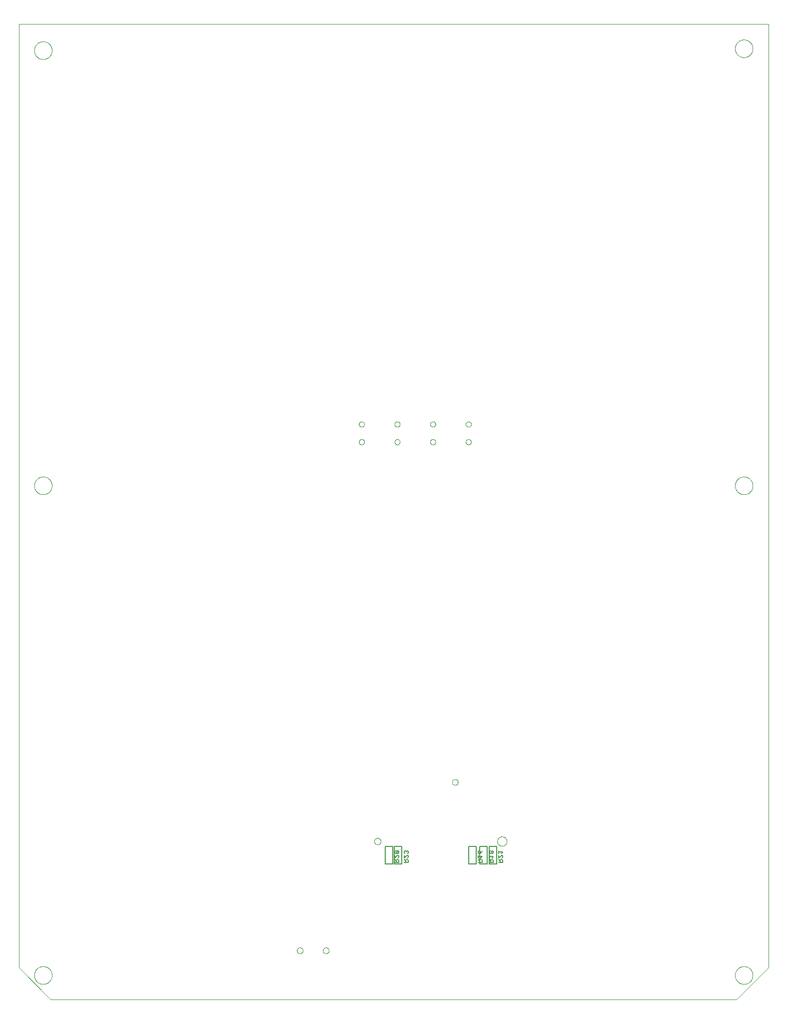
<source format=gbo>
G75*
%MOIN*%
%OFA0B0*%
%FSLAX25Y25*%
%IPPOS*%
%LPD*%
%AMOC8*
5,1,8,0,0,1.08239X$1,22.5*
%
%ADD10C,0.00000*%
%ADD11C,0.00010*%
%ADD12C,0.00800*%
%ADD13C,0.00600*%
D10*
X0022250Y0001750D02*
X0001000Y0023000D01*
X0001000Y0651750D01*
X0501000Y0651750D01*
X0501000Y0023000D01*
X0479750Y0001750D01*
X0022250Y0001750D01*
X0011344Y0018000D02*
X0011346Y0018153D01*
X0011352Y0018307D01*
X0011362Y0018460D01*
X0011376Y0018612D01*
X0011394Y0018765D01*
X0011416Y0018916D01*
X0011441Y0019067D01*
X0011471Y0019218D01*
X0011505Y0019368D01*
X0011542Y0019516D01*
X0011583Y0019664D01*
X0011628Y0019810D01*
X0011677Y0019956D01*
X0011730Y0020100D01*
X0011786Y0020242D01*
X0011846Y0020383D01*
X0011910Y0020523D01*
X0011977Y0020661D01*
X0012048Y0020797D01*
X0012123Y0020931D01*
X0012200Y0021063D01*
X0012282Y0021193D01*
X0012366Y0021321D01*
X0012454Y0021447D01*
X0012545Y0021570D01*
X0012639Y0021691D01*
X0012737Y0021809D01*
X0012837Y0021925D01*
X0012941Y0022038D01*
X0013047Y0022149D01*
X0013156Y0022257D01*
X0013268Y0022362D01*
X0013382Y0022463D01*
X0013500Y0022562D01*
X0013619Y0022658D01*
X0013741Y0022751D01*
X0013866Y0022840D01*
X0013993Y0022927D01*
X0014122Y0023009D01*
X0014253Y0023089D01*
X0014386Y0023165D01*
X0014521Y0023238D01*
X0014658Y0023307D01*
X0014797Y0023372D01*
X0014937Y0023434D01*
X0015079Y0023492D01*
X0015222Y0023547D01*
X0015367Y0023598D01*
X0015513Y0023645D01*
X0015660Y0023688D01*
X0015808Y0023727D01*
X0015957Y0023763D01*
X0016107Y0023794D01*
X0016258Y0023822D01*
X0016409Y0023846D01*
X0016562Y0023866D01*
X0016714Y0023882D01*
X0016867Y0023894D01*
X0017020Y0023902D01*
X0017173Y0023906D01*
X0017327Y0023906D01*
X0017480Y0023902D01*
X0017633Y0023894D01*
X0017786Y0023882D01*
X0017938Y0023866D01*
X0018091Y0023846D01*
X0018242Y0023822D01*
X0018393Y0023794D01*
X0018543Y0023763D01*
X0018692Y0023727D01*
X0018840Y0023688D01*
X0018987Y0023645D01*
X0019133Y0023598D01*
X0019278Y0023547D01*
X0019421Y0023492D01*
X0019563Y0023434D01*
X0019703Y0023372D01*
X0019842Y0023307D01*
X0019979Y0023238D01*
X0020114Y0023165D01*
X0020247Y0023089D01*
X0020378Y0023009D01*
X0020507Y0022927D01*
X0020634Y0022840D01*
X0020759Y0022751D01*
X0020881Y0022658D01*
X0021000Y0022562D01*
X0021118Y0022463D01*
X0021232Y0022362D01*
X0021344Y0022257D01*
X0021453Y0022149D01*
X0021559Y0022038D01*
X0021663Y0021925D01*
X0021763Y0021809D01*
X0021861Y0021691D01*
X0021955Y0021570D01*
X0022046Y0021447D01*
X0022134Y0021321D01*
X0022218Y0021193D01*
X0022300Y0021063D01*
X0022377Y0020931D01*
X0022452Y0020797D01*
X0022523Y0020661D01*
X0022590Y0020523D01*
X0022654Y0020383D01*
X0022714Y0020242D01*
X0022770Y0020100D01*
X0022823Y0019956D01*
X0022872Y0019810D01*
X0022917Y0019664D01*
X0022958Y0019516D01*
X0022995Y0019368D01*
X0023029Y0019218D01*
X0023059Y0019067D01*
X0023084Y0018916D01*
X0023106Y0018765D01*
X0023124Y0018612D01*
X0023138Y0018460D01*
X0023148Y0018307D01*
X0023154Y0018153D01*
X0023156Y0018000D01*
X0023154Y0017847D01*
X0023148Y0017693D01*
X0023138Y0017540D01*
X0023124Y0017388D01*
X0023106Y0017235D01*
X0023084Y0017084D01*
X0023059Y0016933D01*
X0023029Y0016782D01*
X0022995Y0016632D01*
X0022958Y0016484D01*
X0022917Y0016336D01*
X0022872Y0016190D01*
X0022823Y0016044D01*
X0022770Y0015900D01*
X0022714Y0015758D01*
X0022654Y0015617D01*
X0022590Y0015477D01*
X0022523Y0015339D01*
X0022452Y0015203D01*
X0022377Y0015069D01*
X0022300Y0014937D01*
X0022218Y0014807D01*
X0022134Y0014679D01*
X0022046Y0014553D01*
X0021955Y0014430D01*
X0021861Y0014309D01*
X0021763Y0014191D01*
X0021663Y0014075D01*
X0021559Y0013962D01*
X0021453Y0013851D01*
X0021344Y0013743D01*
X0021232Y0013638D01*
X0021118Y0013537D01*
X0021000Y0013438D01*
X0020881Y0013342D01*
X0020759Y0013249D01*
X0020634Y0013160D01*
X0020507Y0013073D01*
X0020378Y0012991D01*
X0020247Y0012911D01*
X0020114Y0012835D01*
X0019979Y0012762D01*
X0019842Y0012693D01*
X0019703Y0012628D01*
X0019563Y0012566D01*
X0019421Y0012508D01*
X0019278Y0012453D01*
X0019133Y0012402D01*
X0018987Y0012355D01*
X0018840Y0012312D01*
X0018692Y0012273D01*
X0018543Y0012237D01*
X0018393Y0012206D01*
X0018242Y0012178D01*
X0018091Y0012154D01*
X0017938Y0012134D01*
X0017786Y0012118D01*
X0017633Y0012106D01*
X0017480Y0012098D01*
X0017327Y0012094D01*
X0017173Y0012094D01*
X0017020Y0012098D01*
X0016867Y0012106D01*
X0016714Y0012118D01*
X0016562Y0012134D01*
X0016409Y0012154D01*
X0016258Y0012178D01*
X0016107Y0012206D01*
X0015957Y0012237D01*
X0015808Y0012273D01*
X0015660Y0012312D01*
X0015513Y0012355D01*
X0015367Y0012402D01*
X0015222Y0012453D01*
X0015079Y0012508D01*
X0014937Y0012566D01*
X0014797Y0012628D01*
X0014658Y0012693D01*
X0014521Y0012762D01*
X0014386Y0012835D01*
X0014253Y0012911D01*
X0014122Y0012991D01*
X0013993Y0013073D01*
X0013866Y0013160D01*
X0013741Y0013249D01*
X0013619Y0013342D01*
X0013500Y0013438D01*
X0013382Y0013537D01*
X0013268Y0013638D01*
X0013156Y0013743D01*
X0013047Y0013851D01*
X0012941Y0013962D01*
X0012837Y0014075D01*
X0012737Y0014191D01*
X0012639Y0014309D01*
X0012545Y0014430D01*
X0012454Y0014553D01*
X0012366Y0014679D01*
X0012282Y0014807D01*
X0012200Y0014937D01*
X0012123Y0015069D01*
X0012048Y0015203D01*
X0011977Y0015339D01*
X0011910Y0015477D01*
X0011846Y0015617D01*
X0011786Y0015758D01*
X0011730Y0015900D01*
X0011677Y0016044D01*
X0011628Y0016190D01*
X0011583Y0016336D01*
X0011542Y0016484D01*
X0011505Y0016632D01*
X0011471Y0016782D01*
X0011441Y0016933D01*
X0011416Y0017084D01*
X0011394Y0017235D01*
X0011376Y0017388D01*
X0011362Y0017540D01*
X0011352Y0017693D01*
X0011346Y0017847D01*
X0011344Y0018000D01*
X0186620Y0034437D02*
X0186622Y0034525D01*
X0186628Y0034613D01*
X0186638Y0034701D01*
X0186652Y0034789D01*
X0186669Y0034875D01*
X0186691Y0034961D01*
X0186716Y0035045D01*
X0186746Y0035129D01*
X0186778Y0035211D01*
X0186815Y0035291D01*
X0186855Y0035370D01*
X0186899Y0035447D01*
X0186946Y0035522D01*
X0186996Y0035594D01*
X0187050Y0035665D01*
X0187106Y0035732D01*
X0187166Y0035798D01*
X0187228Y0035860D01*
X0187294Y0035920D01*
X0187361Y0035976D01*
X0187432Y0036030D01*
X0187504Y0036080D01*
X0187579Y0036127D01*
X0187656Y0036171D01*
X0187735Y0036211D01*
X0187815Y0036248D01*
X0187897Y0036280D01*
X0187981Y0036310D01*
X0188065Y0036335D01*
X0188151Y0036357D01*
X0188237Y0036374D01*
X0188325Y0036388D01*
X0188413Y0036398D01*
X0188501Y0036404D01*
X0188589Y0036406D01*
X0188677Y0036404D01*
X0188765Y0036398D01*
X0188853Y0036388D01*
X0188941Y0036374D01*
X0189027Y0036357D01*
X0189113Y0036335D01*
X0189197Y0036310D01*
X0189281Y0036280D01*
X0189363Y0036248D01*
X0189443Y0036211D01*
X0189522Y0036171D01*
X0189599Y0036127D01*
X0189674Y0036080D01*
X0189746Y0036030D01*
X0189817Y0035976D01*
X0189884Y0035920D01*
X0189950Y0035860D01*
X0190012Y0035798D01*
X0190072Y0035732D01*
X0190128Y0035665D01*
X0190182Y0035594D01*
X0190232Y0035522D01*
X0190279Y0035447D01*
X0190323Y0035370D01*
X0190363Y0035291D01*
X0190400Y0035211D01*
X0190432Y0035129D01*
X0190462Y0035045D01*
X0190487Y0034961D01*
X0190509Y0034875D01*
X0190526Y0034789D01*
X0190540Y0034701D01*
X0190550Y0034613D01*
X0190556Y0034525D01*
X0190558Y0034437D01*
X0190556Y0034349D01*
X0190550Y0034261D01*
X0190540Y0034173D01*
X0190526Y0034085D01*
X0190509Y0033999D01*
X0190487Y0033913D01*
X0190462Y0033829D01*
X0190432Y0033745D01*
X0190400Y0033663D01*
X0190363Y0033583D01*
X0190323Y0033504D01*
X0190279Y0033427D01*
X0190232Y0033352D01*
X0190182Y0033280D01*
X0190128Y0033209D01*
X0190072Y0033142D01*
X0190012Y0033076D01*
X0189950Y0033014D01*
X0189884Y0032954D01*
X0189817Y0032898D01*
X0189746Y0032844D01*
X0189674Y0032794D01*
X0189599Y0032747D01*
X0189522Y0032703D01*
X0189443Y0032663D01*
X0189363Y0032626D01*
X0189281Y0032594D01*
X0189197Y0032564D01*
X0189113Y0032539D01*
X0189027Y0032517D01*
X0188941Y0032500D01*
X0188853Y0032486D01*
X0188765Y0032476D01*
X0188677Y0032470D01*
X0188589Y0032468D01*
X0188501Y0032470D01*
X0188413Y0032476D01*
X0188325Y0032486D01*
X0188237Y0032500D01*
X0188151Y0032517D01*
X0188065Y0032539D01*
X0187981Y0032564D01*
X0187897Y0032594D01*
X0187815Y0032626D01*
X0187735Y0032663D01*
X0187656Y0032703D01*
X0187579Y0032747D01*
X0187504Y0032794D01*
X0187432Y0032844D01*
X0187361Y0032898D01*
X0187294Y0032954D01*
X0187228Y0033014D01*
X0187166Y0033076D01*
X0187106Y0033142D01*
X0187050Y0033209D01*
X0186996Y0033280D01*
X0186946Y0033352D01*
X0186899Y0033427D01*
X0186855Y0033504D01*
X0186815Y0033583D01*
X0186778Y0033663D01*
X0186746Y0033745D01*
X0186716Y0033829D01*
X0186691Y0033913D01*
X0186669Y0033999D01*
X0186652Y0034085D01*
X0186638Y0034173D01*
X0186628Y0034261D01*
X0186622Y0034349D01*
X0186620Y0034437D01*
X0203942Y0034437D02*
X0203944Y0034525D01*
X0203950Y0034613D01*
X0203960Y0034701D01*
X0203974Y0034789D01*
X0203991Y0034875D01*
X0204013Y0034961D01*
X0204038Y0035045D01*
X0204068Y0035129D01*
X0204100Y0035211D01*
X0204137Y0035291D01*
X0204177Y0035370D01*
X0204221Y0035447D01*
X0204268Y0035522D01*
X0204318Y0035594D01*
X0204372Y0035665D01*
X0204428Y0035732D01*
X0204488Y0035798D01*
X0204550Y0035860D01*
X0204616Y0035920D01*
X0204683Y0035976D01*
X0204754Y0036030D01*
X0204826Y0036080D01*
X0204901Y0036127D01*
X0204978Y0036171D01*
X0205057Y0036211D01*
X0205137Y0036248D01*
X0205219Y0036280D01*
X0205303Y0036310D01*
X0205387Y0036335D01*
X0205473Y0036357D01*
X0205559Y0036374D01*
X0205647Y0036388D01*
X0205735Y0036398D01*
X0205823Y0036404D01*
X0205911Y0036406D01*
X0205999Y0036404D01*
X0206087Y0036398D01*
X0206175Y0036388D01*
X0206263Y0036374D01*
X0206349Y0036357D01*
X0206435Y0036335D01*
X0206519Y0036310D01*
X0206603Y0036280D01*
X0206685Y0036248D01*
X0206765Y0036211D01*
X0206844Y0036171D01*
X0206921Y0036127D01*
X0206996Y0036080D01*
X0207068Y0036030D01*
X0207139Y0035976D01*
X0207206Y0035920D01*
X0207272Y0035860D01*
X0207334Y0035798D01*
X0207394Y0035732D01*
X0207450Y0035665D01*
X0207504Y0035594D01*
X0207554Y0035522D01*
X0207601Y0035447D01*
X0207645Y0035370D01*
X0207685Y0035291D01*
X0207722Y0035211D01*
X0207754Y0035129D01*
X0207784Y0035045D01*
X0207809Y0034961D01*
X0207831Y0034875D01*
X0207848Y0034789D01*
X0207862Y0034701D01*
X0207872Y0034613D01*
X0207878Y0034525D01*
X0207880Y0034437D01*
X0207878Y0034349D01*
X0207872Y0034261D01*
X0207862Y0034173D01*
X0207848Y0034085D01*
X0207831Y0033999D01*
X0207809Y0033913D01*
X0207784Y0033829D01*
X0207754Y0033745D01*
X0207722Y0033663D01*
X0207685Y0033583D01*
X0207645Y0033504D01*
X0207601Y0033427D01*
X0207554Y0033352D01*
X0207504Y0033280D01*
X0207450Y0033209D01*
X0207394Y0033142D01*
X0207334Y0033076D01*
X0207272Y0033014D01*
X0207206Y0032954D01*
X0207139Y0032898D01*
X0207068Y0032844D01*
X0206996Y0032794D01*
X0206921Y0032747D01*
X0206844Y0032703D01*
X0206765Y0032663D01*
X0206685Y0032626D01*
X0206603Y0032594D01*
X0206519Y0032564D01*
X0206435Y0032539D01*
X0206349Y0032517D01*
X0206263Y0032500D01*
X0206175Y0032486D01*
X0206087Y0032476D01*
X0205999Y0032470D01*
X0205911Y0032468D01*
X0205823Y0032470D01*
X0205735Y0032476D01*
X0205647Y0032486D01*
X0205559Y0032500D01*
X0205473Y0032517D01*
X0205387Y0032539D01*
X0205303Y0032564D01*
X0205219Y0032594D01*
X0205137Y0032626D01*
X0205057Y0032663D01*
X0204978Y0032703D01*
X0204901Y0032747D01*
X0204826Y0032794D01*
X0204754Y0032844D01*
X0204683Y0032898D01*
X0204616Y0032954D01*
X0204550Y0033014D01*
X0204488Y0033076D01*
X0204428Y0033142D01*
X0204372Y0033209D01*
X0204318Y0033280D01*
X0204268Y0033352D01*
X0204221Y0033427D01*
X0204177Y0033504D01*
X0204137Y0033583D01*
X0204100Y0033663D01*
X0204068Y0033745D01*
X0204038Y0033829D01*
X0204013Y0033913D01*
X0203991Y0033999D01*
X0203974Y0034085D01*
X0203960Y0034173D01*
X0203950Y0034261D01*
X0203944Y0034349D01*
X0203942Y0034437D01*
X0238166Y0107232D02*
X0238168Y0107325D01*
X0238174Y0107417D01*
X0238184Y0107509D01*
X0238198Y0107600D01*
X0238215Y0107691D01*
X0238237Y0107781D01*
X0238262Y0107870D01*
X0238291Y0107958D01*
X0238324Y0108044D01*
X0238361Y0108129D01*
X0238401Y0108213D01*
X0238445Y0108294D01*
X0238492Y0108374D01*
X0238542Y0108452D01*
X0238596Y0108527D01*
X0238653Y0108600D01*
X0238713Y0108670D01*
X0238776Y0108738D01*
X0238842Y0108803D01*
X0238910Y0108865D01*
X0238981Y0108925D01*
X0239055Y0108981D01*
X0239131Y0109034D01*
X0239209Y0109083D01*
X0239289Y0109130D01*
X0239371Y0109172D01*
X0239455Y0109212D01*
X0239540Y0109247D01*
X0239627Y0109279D01*
X0239715Y0109308D01*
X0239804Y0109332D01*
X0239894Y0109353D01*
X0239985Y0109369D01*
X0240077Y0109382D01*
X0240169Y0109391D01*
X0240262Y0109396D01*
X0240354Y0109397D01*
X0240447Y0109394D01*
X0240539Y0109387D01*
X0240631Y0109376D01*
X0240722Y0109361D01*
X0240813Y0109343D01*
X0240903Y0109320D01*
X0240991Y0109294D01*
X0241079Y0109264D01*
X0241165Y0109230D01*
X0241249Y0109193D01*
X0241332Y0109151D01*
X0241413Y0109107D01*
X0241493Y0109059D01*
X0241570Y0109008D01*
X0241644Y0108953D01*
X0241717Y0108895D01*
X0241787Y0108835D01*
X0241854Y0108771D01*
X0241918Y0108705D01*
X0241980Y0108635D01*
X0242038Y0108564D01*
X0242093Y0108490D01*
X0242145Y0108413D01*
X0242194Y0108334D01*
X0242240Y0108254D01*
X0242282Y0108171D01*
X0242320Y0108087D01*
X0242355Y0108001D01*
X0242386Y0107914D01*
X0242413Y0107826D01*
X0242436Y0107736D01*
X0242456Y0107646D01*
X0242472Y0107555D01*
X0242484Y0107463D01*
X0242492Y0107371D01*
X0242496Y0107278D01*
X0242496Y0107186D01*
X0242492Y0107093D01*
X0242484Y0107001D01*
X0242472Y0106909D01*
X0242456Y0106818D01*
X0242436Y0106728D01*
X0242413Y0106638D01*
X0242386Y0106550D01*
X0242355Y0106463D01*
X0242320Y0106377D01*
X0242282Y0106293D01*
X0242240Y0106210D01*
X0242194Y0106130D01*
X0242145Y0106051D01*
X0242093Y0105974D01*
X0242038Y0105900D01*
X0241980Y0105829D01*
X0241918Y0105759D01*
X0241854Y0105693D01*
X0241787Y0105629D01*
X0241717Y0105569D01*
X0241644Y0105511D01*
X0241570Y0105456D01*
X0241493Y0105405D01*
X0241414Y0105357D01*
X0241332Y0105313D01*
X0241249Y0105271D01*
X0241165Y0105234D01*
X0241079Y0105200D01*
X0240991Y0105170D01*
X0240903Y0105144D01*
X0240813Y0105121D01*
X0240722Y0105103D01*
X0240631Y0105088D01*
X0240539Y0105077D01*
X0240447Y0105070D01*
X0240354Y0105067D01*
X0240262Y0105068D01*
X0240169Y0105073D01*
X0240077Y0105082D01*
X0239985Y0105095D01*
X0239894Y0105111D01*
X0239804Y0105132D01*
X0239715Y0105156D01*
X0239627Y0105185D01*
X0239540Y0105217D01*
X0239455Y0105252D01*
X0239371Y0105292D01*
X0239289Y0105334D01*
X0239209Y0105381D01*
X0239131Y0105430D01*
X0239055Y0105483D01*
X0238981Y0105539D01*
X0238910Y0105599D01*
X0238842Y0105661D01*
X0238776Y0105726D01*
X0238713Y0105794D01*
X0238653Y0105864D01*
X0238596Y0105937D01*
X0238542Y0106012D01*
X0238492Y0106090D01*
X0238445Y0106170D01*
X0238401Y0106251D01*
X0238361Y0106335D01*
X0238324Y0106420D01*
X0238291Y0106506D01*
X0238262Y0106594D01*
X0238237Y0106683D01*
X0238215Y0106773D01*
X0238198Y0106864D01*
X0238184Y0106955D01*
X0238174Y0107047D01*
X0238168Y0107139D01*
X0238166Y0107232D01*
X0320252Y0107232D02*
X0320254Y0107344D01*
X0320260Y0107455D01*
X0320270Y0107567D01*
X0320284Y0107678D01*
X0320301Y0107788D01*
X0320323Y0107898D01*
X0320349Y0108007D01*
X0320378Y0108115D01*
X0320411Y0108221D01*
X0320448Y0108327D01*
X0320489Y0108431D01*
X0320534Y0108534D01*
X0320582Y0108635D01*
X0320633Y0108734D01*
X0320688Y0108831D01*
X0320747Y0108926D01*
X0320808Y0109020D01*
X0320873Y0109111D01*
X0320942Y0109199D01*
X0321013Y0109285D01*
X0321087Y0109369D01*
X0321165Y0109449D01*
X0321245Y0109527D01*
X0321328Y0109603D01*
X0321413Y0109675D01*
X0321501Y0109744D01*
X0321591Y0109810D01*
X0321684Y0109872D01*
X0321779Y0109932D01*
X0321876Y0109988D01*
X0321974Y0110040D01*
X0322075Y0110089D01*
X0322177Y0110134D01*
X0322281Y0110176D01*
X0322386Y0110214D01*
X0322493Y0110248D01*
X0322600Y0110278D01*
X0322709Y0110305D01*
X0322818Y0110327D01*
X0322929Y0110346D01*
X0323039Y0110361D01*
X0323151Y0110372D01*
X0323262Y0110379D01*
X0323374Y0110382D01*
X0323486Y0110381D01*
X0323598Y0110376D01*
X0323709Y0110367D01*
X0323820Y0110354D01*
X0323931Y0110337D01*
X0324041Y0110317D01*
X0324150Y0110292D01*
X0324258Y0110264D01*
X0324365Y0110231D01*
X0324471Y0110195D01*
X0324575Y0110155D01*
X0324678Y0110112D01*
X0324780Y0110065D01*
X0324879Y0110014D01*
X0324977Y0109960D01*
X0325073Y0109902D01*
X0325167Y0109841D01*
X0325258Y0109777D01*
X0325347Y0109710D01*
X0325434Y0109639D01*
X0325518Y0109565D01*
X0325600Y0109489D01*
X0325678Y0109409D01*
X0325754Y0109327D01*
X0325827Y0109242D01*
X0325897Y0109155D01*
X0325963Y0109065D01*
X0326027Y0108973D01*
X0326087Y0108879D01*
X0326144Y0108783D01*
X0326197Y0108684D01*
X0326247Y0108584D01*
X0326293Y0108483D01*
X0326336Y0108379D01*
X0326375Y0108274D01*
X0326410Y0108168D01*
X0326441Y0108061D01*
X0326469Y0107952D01*
X0326492Y0107843D01*
X0326512Y0107733D01*
X0326528Y0107622D01*
X0326540Y0107511D01*
X0326548Y0107400D01*
X0326552Y0107288D01*
X0326552Y0107176D01*
X0326548Y0107064D01*
X0326540Y0106953D01*
X0326528Y0106842D01*
X0326512Y0106731D01*
X0326492Y0106621D01*
X0326469Y0106512D01*
X0326441Y0106403D01*
X0326410Y0106296D01*
X0326375Y0106190D01*
X0326336Y0106085D01*
X0326293Y0105981D01*
X0326247Y0105880D01*
X0326197Y0105780D01*
X0326144Y0105681D01*
X0326087Y0105585D01*
X0326027Y0105491D01*
X0325963Y0105399D01*
X0325897Y0105309D01*
X0325827Y0105222D01*
X0325754Y0105137D01*
X0325678Y0105055D01*
X0325600Y0104975D01*
X0325518Y0104899D01*
X0325434Y0104825D01*
X0325347Y0104754D01*
X0325258Y0104687D01*
X0325167Y0104623D01*
X0325073Y0104562D01*
X0324977Y0104504D01*
X0324879Y0104450D01*
X0324780Y0104399D01*
X0324678Y0104352D01*
X0324575Y0104309D01*
X0324471Y0104269D01*
X0324365Y0104233D01*
X0324258Y0104200D01*
X0324150Y0104172D01*
X0324041Y0104147D01*
X0323931Y0104127D01*
X0323820Y0104110D01*
X0323709Y0104097D01*
X0323598Y0104088D01*
X0323486Y0104083D01*
X0323374Y0104082D01*
X0323262Y0104085D01*
X0323151Y0104092D01*
X0323039Y0104103D01*
X0322929Y0104118D01*
X0322818Y0104137D01*
X0322709Y0104159D01*
X0322600Y0104186D01*
X0322493Y0104216D01*
X0322386Y0104250D01*
X0322281Y0104288D01*
X0322177Y0104330D01*
X0322075Y0104375D01*
X0321974Y0104424D01*
X0321876Y0104476D01*
X0321779Y0104532D01*
X0321684Y0104592D01*
X0321591Y0104654D01*
X0321501Y0104720D01*
X0321413Y0104789D01*
X0321328Y0104861D01*
X0321245Y0104937D01*
X0321165Y0105015D01*
X0321087Y0105095D01*
X0321013Y0105179D01*
X0320942Y0105265D01*
X0320873Y0105353D01*
X0320808Y0105444D01*
X0320747Y0105538D01*
X0320688Y0105633D01*
X0320633Y0105730D01*
X0320582Y0105829D01*
X0320534Y0105930D01*
X0320489Y0106033D01*
X0320448Y0106137D01*
X0320411Y0106243D01*
X0320378Y0106349D01*
X0320349Y0106457D01*
X0320323Y0106566D01*
X0320301Y0106676D01*
X0320284Y0106786D01*
X0320270Y0106897D01*
X0320260Y0107009D01*
X0320254Y0107120D01*
X0320252Y0107232D01*
X0478844Y0018000D02*
X0478846Y0018153D01*
X0478852Y0018307D01*
X0478862Y0018460D01*
X0478876Y0018612D01*
X0478894Y0018765D01*
X0478916Y0018916D01*
X0478941Y0019067D01*
X0478971Y0019218D01*
X0479005Y0019368D01*
X0479042Y0019516D01*
X0479083Y0019664D01*
X0479128Y0019810D01*
X0479177Y0019956D01*
X0479230Y0020100D01*
X0479286Y0020242D01*
X0479346Y0020383D01*
X0479410Y0020523D01*
X0479477Y0020661D01*
X0479548Y0020797D01*
X0479623Y0020931D01*
X0479700Y0021063D01*
X0479782Y0021193D01*
X0479866Y0021321D01*
X0479954Y0021447D01*
X0480045Y0021570D01*
X0480139Y0021691D01*
X0480237Y0021809D01*
X0480337Y0021925D01*
X0480441Y0022038D01*
X0480547Y0022149D01*
X0480656Y0022257D01*
X0480768Y0022362D01*
X0480882Y0022463D01*
X0481000Y0022562D01*
X0481119Y0022658D01*
X0481241Y0022751D01*
X0481366Y0022840D01*
X0481493Y0022927D01*
X0481622Y0023009D01*
X0481753Y0023089D01*
X0481886Y0023165D01*
X0482021Y0023238D01*
X0482158Y0023307D01*
X0482297Y0023372D01*
X0482437Y0023434D01*
X0482579Y0023492D01*
X0482722Y0023547D01*
X0482867Y0023598D01*
X0483013Y0023645D01*
X0483160Y0023688D01*
X0483308Y0023727D01*
X0483457Y0023763D01*
X0483607Y0023794D01*
X0483758Y0023822D01*
X0483909Y0023846D01*
X0484062Y0023866D01*
X0484214Y0023882D01*
X0484367Y0023894D01*
X0484520Y0023902D01*
X0484673Y0023906D01*
X0484827Y0023906D01*
X0484980Y0023902D01*
X0485133Y0023894D01*
X0485286Y0023882D01*
X0485438Y0023866D01*
X0485591Y0023846D01*
X0485742Y0023822D01*
X0485893Y0023794D01*
X0486043Y0023763D01*
X0486192Y0023727D01*
X0486340Y0023688D01*
X0486487Y0023645D01*
X0486633Y0023598D01*
X0486778Y0023547D01*
X0486921Y0023492D01*
X0487063Y0023434D01*
X0487203Y0023372D01*
X0487342Y0023307D01*
X0487479Y0023238D01*
X0487614Y0023165D01*
X0487747Y0023089D01*
X0487878Y0023009D01*
X0488007Y0022927D01*
X0488134Y0022840D01*
X0488259Y0022751D01*
X0488381Y0022658D01*
X0488500Y0022562D01*
X0488618Y0022463D01*
X0488732Y0022362D01*
X0488844Y0022257D01*
X0488953Y0022149D01*
X0489059Y0022038D01*
X0489163Y0021925D01*
X0489263Y0021809D01*
X0489361Y0021691D01*
X0489455Y0021570D01*
X0489546Y0021447D01*
X0489634Y0021321D01*
X0489718Y0021193D01*
X0489800Y0021063D01*
X0489877Y0020931D01*
X0489952Y0020797D01*
X0490023Y0020661D01*
X0490090Y0020523D01*
X0490154Y0020383D01*
X0490214Y0020242D01*
X0490270Y0020100D01*
X0490323Y0019956D01*
X0490372Y0019810D01*
X0490417Y0019664D01*
X0490458Y0019516D01*
X0490495Y0019368D01*
X0490529Y0019218D01*
X0490559Y0019067D01*
X0490584Y0018916D01*
X0490606Y0018765D01*
X0490624Y0018612D01*
X0490638Y0018460D01*
X0490648Y0018307D01*
X0490654Y0018153D01*
X0490656Y0018000D01*
X0490654Y0017847D01*
X0490648Y0017693D01*
X0490638Y0017540D01*
X0490624Y0017388D01*
X0490606Y0017235D01*
X0490584Y0017084D01*
X0490559Y0016933D01*
X0490529Y0016782D01*
X0490495Y0016632D01*
X0490458Y0016484D01*
X0490417Y0016336D01*
X0490372Y0016190D01*
X0490323Y0016044D01*
X0490270Y0015900D01*
X0490214Y0015758D01*
X0490154Y0015617D01*
X0490090Y0015477D01*
X0490023Y0015339D01*
X0489952Y0015203D01*
X0489877Y0015069D01*
X0489800Y0014937D01*
X0489718Y0014807D01*
X0489634Y0014679D01*
X0489546Y0014553D01*
X0489455Y0014430D01*
X0489361Y0014309D01*
X0489263Y0014191D01*
X0489163Y0014075D01*
X0489059Y0013962D01*
X0488953Y0013851D01*
X0488844Y0013743D01*
X0488732Y0013638D01*
X0488618Y0013537D01*
X0488500Y0013438D01*
X0488381Y0013342D01*
X0488259Y0013249D01*
X0488134Y0013160D01*
X0488007Y0013073D01*
X0487878Y0012991D01*
X0487747Y0012911D01*
X0487614Y0012835D01*
X0487479Y0012762D01*
X0487342Y0012693D01*
X0487203Y0012628D01*
X0487063Y0012566D01*
X0486921Y0012508D01*
X0486778Y0012453D01*
X0486633Y0012402D01*
X0486487Y0012355D01*
X0486340Y0012312D01*
X0486192Y0012273D01*
X0486043Y0012237D01*
X0485893Y0012206D01*
X0485742Y0012178D01*
X0485591Y0012154D01*
X0485438Y0012134D01*
X0485286Y0012118D01*
X0485133Y0012106D01*
X0484980Y0012098D01*
X0484827Y0012094D01*
X0484673Y0012094D01*
X0484520Y0012098D01*
X0484367Y0012106D01*
X0484214Y0012118D01*
X0484062Y0012134D01*
X0483909Y0012154D01*
X0483758Y0012178D01*
X0483607Y0012206D01*
X0483457Y0012237D01*
X0483308Y0012273D01*
X0483160Y0012312D01*
X0483013Y0012355D01*
X0482867Y0012402D01*
X0482722Y0012453D01*
X0482579Y0012508D01*
X0482437Y0012566D01*
X0482297Y0012628D01*
X0482158Y0012693D01*
X0482021Y0012762D01*
X0481886Y0012835D01*
X0481753Y0012911D01*
X0481622Y0012991D01*
X0481493Y0013073D01*
X0481366Y0013160D01*
X0481241Y0013249D01*
X0481119Y0013342D01*
X0481000Y0013438D01*
X0480882Y0013537D01*
X0480768Y0013638D01*
X0480656Y0013743D01*
X0480547Y0013851D01*
X0480441Y0013962D01*
X0480337Y0014075D01*
X0480237Y0014191D01*
X0480139Y0014309D01*
X0480045Y0014430D01*
X0479954Y0014553D01*
X0479866Y0014679D01*
X0479782Y0014807D01*
X0479700Y0014937D01*
X0479623Y0015069D01*
X0479548Y0015203D01*
X0479477Y0015339D01*
X0479410Y0015477D01*
X0479346Y0015617D01*
X0479286Y0015758D01*
X0479230Y0015900D01*
X0479177Y0016044D01*
X0479128Y0016190D01*
X0479083Y0016336D01*
X0479042Y0016484D01*
X0479005Y0016632D01*
X0478971Y0016782D01*
X0478941Y0016933D01*
X0478916Y0017084D01*
X0478894Y0017235D01*
X0478876Y0017388D01*
X0478862Y0017540D01*
X0478852Y0017693D01*
X0478846Y0017847D01*
X0478844Y0018000D01*
X0478844Y0344250D02*
X0478846Y0344403D01*
X0478852Y0344557D01*
X0478862Y0344710D01*
X0478876Y0344862D01*
X0478894Y0345015D01*
X0478916Y0345166D01*
X0478941Y0345317D01*
X0478971Y0345468D01*
X0479005Y0345618D01*
X0479042Y0345766D01*
X0479083Y0345914D01*
X0479128Y0346060D01*
X0479177Y0346206D01*
X0479230Y0346350D01*
X0479286Y0346492D01*
X0479346Y0346633D01*
X0479410Y0346773D01*
X0479477Y0346911D01*
X0479548Y0347047D01*
X0479623Y0347181D01*
X0479700Y0347313D01*
X0479782Y0347443D01*
X0479866Y0347571D01*
X0479954Y0347697D01*
X0480045Y0347820D01*
X0480139Y0347941D01*
X0480237Y0348059D01*
X0480337Y0348175D01*
X0480441Y0348288D01*
X0480547Y0348399D01*
X0480656Y0348507D01*
X0480768Y0348612D01*
X0480882Y0348713D01*
X0481000Y0348812D01*
X0481119Y0348908D01*
X0481241Y0349001D01*
X0481366Y0349090D01*
X0481493Y0349177D01*
X0481622Y0349259D01*
X0481753Y0349339D01*
X0481886Y0349415D01*
X0482021Y0349488D01*
X0482158Y0349557D01*
X0482297Y0349622D01*
X0482437Y0349684D01*
X0482579Y0349742D01*
X0482722Y0349797D01*
X0482867Y0349848D01*
X0483013Y0349895D01*
X0483160Y0349938D01*
X0483308Y0349977D01*
X0483457Y0350013D01*
X0483607Y0350044D01*
X0483758Y0350072D01*
X0483909Y0350096D01*
X0484062Y0350116D01*
X0484214Y0350132D01*
X0484367Y0350144D01*
X0484520Y0350152D01*
X0484673Y0350156D01*
X0484827Y0350156D01*
X0484980Y0350152D01*
X0485133Y0350144D01*
X0485286Y0350132D01*
X0485438Y0350116D01*
X0485591Y0350096D01*
X0485742Y0350072D01*
X0485893Y0350044D01*
X0486043Y0350013D01*
X0486192Y0349977D01*
X0486340Y0349938D01*
X0486487Y0349895D01*
X0486633Y0349848D01*
X0486778Y0349797D01*
X0486921Y0349742D01*
X0487063Y0349684D01*
X0487203Y0349622D01*
X0487342Y0349557D01*
X0487479Y0349488D01*
X0487614Y0349415D01*
X0487747Y0349339D01*
X0487878Y0349259D01*
X0488007Y0349177D01*
X0488134Y0349090D01*
X0488259Y0349001D01*
X0488381Y0348908D01*
X0488500Y0348812D01*
X0488618Y0348713D01*
X0488732Y0348612D01*
X0488844Y0348507D01*
X0488953Y0348399D01*
X0489059Y0348288D01*
X0489163Y0348175D01*
X0489263Y0348059D01*
X0489361Y0347941D01*
X0489455Y0347820D01*
X0489546Y0347697D01*
X0489634Y0347571D01*
X0489718Y0347443D01*
X0489800Y0347313D01*
X0489877Y0347181D01*
X0489952Y0347047D01*
X0490023Y0346911D01*
X0490090Y0346773D01*
X0490154Y0346633D01*
X0490214Y0346492D01*
X0490270Y0346350D01*
X0490323Y0346206D01*
X0490372Y0346060D01*
X0490417Y0345914D01*
X0490458Y0345766D01*
X0490495Y0345618D01*
X0490529Y0345468D01*
X0490559Y0345317D01*
X0490584Y0345166D01*
X0490606Y0345015D01*
X0490624Y0344862D01*
X0490638Y0344710D01*
X0490648Y0344557D01*
X0490654Y0344403D01*
X0490656Y0344250D01*
X0490654Y0344097D01*
X0490648Y0343943D01*
X0490638Y0343790D01*
X0490624Y0343638D01*
X0490606Y0343485D01*
X0490584Y0343334D01*
X0490559Y0343183D01*
X0490529Y0343032D01*
X0490495Y0342882D01*
X0490458Y0342734D01*
X0490417Y0342586D01*
X0490372Y0342440D01*
X0490323Y0342294D01*
X0490270Y0342150D01*
X0490214Y0342008D01*
X0490154Y0341867D01*
X0490090Y0341727D01*
X0490023Y0341589D01*
X0489952Y0341453D01*
X0489877Y0341319D01*
X0489800Y0341187D01*
X0489718Y0341057D01*
X0489634Y0340929D01*
X0489546Y0340803D01*
X0489455Y0340680D01*
X0489361Y0340559D01*
X0489263Y0340441D01*
X0489163Y0340325D01*
X0489059Y0340212D01*
X0488953Y0340101D01*
X0488844Y0339993D01*
X0488732Y0339888D01*
X0488618Y0339787D01*
X0488500Y0339688D01*
X0488381Y0339592D01*
X0488259Y0339499D01*
X0488134Y0339410D01*
X0488007Y0339323D01*
X0487878Y0339241D01*
X0487747Y0339161D01*
X0487614Y0339085D01*
X0487479Y0339012D01*
X0487342Y0338943D01*
X0487203Y0338878D01*
X0487063Y0338816D01*
X0486921Y0338758D01*
X0486778Y0338703D01*
X0486633Y0338652D01*
X0486487Y0338605D01*
X0486340Y0338562D01*
X0486192Y0338523D01*
X0486043Y0338487D01*
X0485893Y0338456D01*
X0485742Y0338428D01*
X0485591Y0338404D01*
X0485438Y0338384D01*
X0485286Y0338368D01*
X0485133Y0338356D01*
X0484980Y0338348D01*
X0484827Y0338344D01*
X0484673Y0338344D01*
X0484520Y0338348D01*
X0484367Y0338356D01*
X0484214Y0338368D01*
X0484062Y0338384D01*
X0483909Y0338404D01*
X0483758Y0338428D01*
X0483607Y0338456D01*
X0483457Y0338487D01*
X0483308Y0338523D01*
X0483160Y0338562D01*
X0483013Y0338605D01*
X0482867Y0338652D01*
X0482722Y0338703D01*
X0482579Y0338758D01*
X0482437Y0338816D01*
X0482297Y0338878D01*
X0482158Y0338943D01*
X0482021Y0339012D01*
X0481886Y0339085D01*
X0481753Y0339161D01*
X0481622Y0339241D01*
X0481493Y0339323D01*
X0481366Y0339410D01*
X0481241Y0339499D01*
X0481119Y0339592D01*
X0481000Y0339688D01*
X0480882Y0339787D01*
X0480768Y0339888D01*
X0480656Y0339993D01*
X0480547Y0340101D01*
X0480441Y0340212D01*
X0480337Y0340325D01*
X0480237Y0340441D01*
X0480139Y0340559D01*
X0480045Y0340680D01*
X0479954Y0340803D01*
X0479866Y0340929D01*
X0479782Y0341057D01*
X0479700Y0341187D01*
X0479623Y0341319D01*
X0479548Y0341453D01*
X0479477Y0341589D01*
X0479410Y0341727D01*
X0479346Y0341867D01*
X0479286Y0342008D01*
X0479230Y0342150D01*
X0479177Y0342294D01*
X0479128Y0342440D01*
X0479083Y0342586D01*
X0479042Y0342734D01*
X0479005Y0342882D01*
X0478971Y0343032D01*
X0478941Y0343183D01*
X0478916Y0343334D01*
X0478894Y0343485D01*
X0478876Y0343638D01*
X0478862Y0343790D01*
X0478852Y0343943D01*
X0478846Y0344097D01*
X0478844Y0344250D01*
X0299228Y0373344D02*
X0299230Y0373428D01*
X0299236Y0373511D01*
X0299246Y0373594D01*
X0299260Y0373677D01*
X0299277Y0373759D01*
X0299299Y0373840D01*
X0299324Y0373919D01*
X0299353Y0373998D01*
X0299386Y0374075D01*
X0299422Y0374150D01*
X0299462Y0374224D01*
X0299505Y0374296D01*
X0299552Y0374365D01*
X0299602Y0374432D01*
X0299655Y0374497D01*
X0299711Y0374559D01*
X0299769Y0374619D01*
X0299831Y0374676D01*
X0299895Y0374729D01*
X0299962Y0374780D01*
X0300031Y0374827D01*
X0300102Y0374872D01*
X0300175Y0374912D01*
X0300250Y0374949D01*
X0300327Y0374983D01*
X0300405Y0375013D01*
X0300484Y0375039D01*
X0300565Y0375062D01*
X0300647Y0375080D01*
X0300729Y0375095D01*
X0300812Y0375106D01*
X0300895Y0375113D01*
X0300979Y0375116D01*
X0301063Y0375115D01*
X0301146Y0375110D01*
X0301230Y0375101D01*
X0301312Y0375088D01*
X0301394Y0375072D01*
X0301475Y0375051D01*
X0301556Y0375027D01*
X0301634Y0374999D01*
X0301712Y0374967D01*
X0301788Y0374931D01*
X0301862Y0374892D01*
X0301934Y0374850D01*
X0302004Y0374804D01*
X0302072Y0374755D01*
X0302137Y0374703D01*
X0302200Y0374648D01*
X0302260Y0374590D01*
X0302318Y0374529D01*
X0302372Y0374465D01*
X0302424Y0374399D01*
X0302472Y0374331D01*
X0302517Y0374260D01*
X0302558Y0374187D01*
X0302597Y0374113D01*
X0302631Y0374037D01*
X0302662Y0373959D01*
X0302689Y0373880D01*
X0302713Y0373799D01*
X0302732Y0373718D01*
X0302748Y0373636D01*
X0302760Y0373553D01*
X0302768Y0373469D01*
X0302772Y0373386D01*
X0302772Y0373302D01*
X0302768Y0373219D01*
X0302760Y0373135D01*
X0302748Y0373052D01*
X0302732Y0372970D01*
X0302713Y0372889D01*
X0302689Y0372808D01*
X0302662Y0372729D01*
X0302631Y0372651D01*
X0302597Y0372575D01*
X0302558Y0372501D01*
X0302517Y0372428D01*
X0302472Y0372357D01*
X0302424Y0372289D01*
X0302372Y0372223D01*
X0302318Y0372159D01*
X0302260Y0372098D01*
X0302200Y0372040D01*
X0302137Y0371985D01*
X0302072Y0371933D01*
X0302004Y0371884D01*
X0301934Y0371838D01*
X0301862Y0371796D01*
X0301788Y0371757D01*
X0301712Y0371721D01*
X0301634Y0371689D01*
X0301556Y0371661D01*
X0301475Y0371637D01*
X0301394Y0371616D01*
X0301312Y0371600D01*
X0301230Y0371587D01*
X0301146Y0371578D01*
X0301063Y0371573D01*
X0300979Y0371572D01*
X0300895Y0371575D01*
X0300812Y0371582D01*
X0300729Y0371593D01*
X0300647Y0371608D01*
X0300565Y0371626D01*
X0300484Y0371649D01*
X0300405Y0371675D01*
X0300327Y0371705D01*
X0300250Y0371739D01*
X0300175Y0371776D01*
X0300102Y0371816D01*
X0300031Y0371861D01*
X0299962Y0371908D01*
X0299895Y0371959D01*
X0299831Y0372012D01*
X0299769Y0372069D01*
X0299711Y0372129D01*
X0299655Y0372191D01*
X0299602Y0372256D01*
X0299552Y0372323D01*
X0299505Y0372392D01*
X0299462Y0372464D01*
X0299422Y0372538D01*
X0299386Y0372613D01*
X0299353Y0372690D01*
X0299324Y0372769D01*
X0299299Y0372848D01*
X0299277Y0372929D01*
X0299260Y0373011D01*
X0299246Y0373094D01*
X0299236Y0373177D01*
X0299230Y0373260D01*
X0299228Y0373344D01*
X0299228Y0385156D02*
X0299230Y0385240D01*
X0299236Y0385323D01*
X0299246Y0385406D01*
X0299260Y0385489D01*
X0299277Y0385571D01*
X0299299Y0385652D01*
X0299324Y0385731D01*
X0299353Y0385810D01*
X0299386Y0385887D01*
X0299422Y0385962D01*
X0299462Y0386036D01*
X0299505Y0386108D01*
X0299552Y0386177D01*
X0299602Y0386244D01*
X0299655Y0386309D01*
X0299711Y0386371D01*
X0299769Y0386431D01*
X0299831Y0386488D01*
X0299895Y0386541D01*
X0299962Y0386592D01*
X0300031Y0386639D01*
X0300102Y0386684D01*
X0300175Y0386724D01*
X0300250Y0386761D01*
X0300327Y0386795D01*
X0300405Y0386825D01*
X0300484Y0386851D01*
X0300565Y0386874D01*
X0300647Y0386892D01*
X0300729Y0386907D01*
X0300812Y0386918D01*
X0300895Y0386925D01*
X0300979Y0386928D01*
X0301063Y0386927D01*
X0301146Y0386922D01*
X0301230Y0386913D01*
X0301312Y0386900D01*
X0301394Y0386884D01*
X0301475Y0386863D01*
X0301556Y0386839D01*
X0301634Y0386811D01*
X0301712Y0386779D01*
X0301788Y0386743D01*
X0301862Y0386704D01*
X0301934Y0386662D01*
X0302004Y0386616D01*
X0302072Y0386567D01*
X0302137Y0386515D01*
X0302200Y0386460D01*
X0302260Y0386402D01*
X0302318Y0386341D01*
X0302372Y0386277D01*
X0302424Y0386211D01*
X0302472Y0386143D01*
X0302517Y0386072D01*
X0302558Y0385999D01*
X0302597Y0385925D01*
X0302631Y0385849D01*
X0302662Y0385771D01*
X0302689Y0385692D01*
X0302713Y0385611D01*
X0302732Y0385530D01*
X0302748Y0385448D01*
X0302760Y0385365D01*
X0302768Y0385281D01*
X0302772Y0385198D01*
X0302772Y0385114D01*
X0302768Y0385031D01*
X0302760Y0384947D01*
X0302748Y0384864D01*
X0302732Y0384782D01*
X0302713Y0384701D01*
X0302689Y0384620D01*
X0302662Y0384541D01*
X0302631Y0384463D01*
X0302597Y0384387D01*
X0302558Y0384313D01*
X0302517Y0384240D01*
X0302472Y0384169D01*
X0302424Y0384101D01*
X0302372Y0384035D01*
X0302318Y0383971D01*
X0302260Y0383910D01*
X0302200Y0383852D01*
X0302137Y0383797D01*
X0302072Y0383745D01*
X0302004Y0383696D01*
X0301934Y0383650D01*
X0301862Y0383608D01*
X0301788Y0383569D01*
X0301712Y0383533D01*
X0301634Y0383501D01*
X0301556Y0383473D01*
X0301475Y0383449D01*
X0301394Y0383428D01*
X0301312Y0383412D01*
X0301230Y0383399D01*
X0301146Y0383390D01*
X0301063Y0383385D01*
X0300979Y0383384D01*
X0300895Y0383387D01*
X0300812Y0383394D01*
X0300729Y0383405D01*
X0300647Y0383420D01*
X0300565Y0383438D01*
X0300484Y0383461D01*
X0300405Y0383487D01*
X0300327Y0383517D01*
X0300250Y0383551D01*
X0300175Y0383588D01*
X0300102Y0383628D01*
X0300031Y0383673D01*
X0299962Y0383720D01*
X0299895Y0383771D01*
X0299831Y0383824D01*
X0299769Y0383881D01*
X0299711Y0383941D01*
X0299655Y0384003D01*
X0299602Y0384068D01*
X0299552Y0384135D01*
X0299505Y0384204D01*
X0299462Y0384276D01*
X0299422Y0384350D01*
X0299386Y0384425D01*
X0299353Y0384502D01*
X0299324Y0384581D01*
X0299299Y0384660D01*
X0299277Y0384741D01*
X0299260Y0384823D01*
X0299246Y0384906D01*
X0299236Y0384989D01*
X0299230Y0385072D01*
X0299228Y0385156D01*
X0275478Y0385156D02*
X0275480Y0385240D01*
X0275486Y0385323D01*
X0275496Y0385406D01*
X0275510Y0385489D01*
X0275527Y0385571D01*
X0275549Y0385652D01*
X0275574Y0385731D01*
X0275603Y0385810D01*
X0275636Y0385887D01*
X0275672Y0385962D01*
X0275712Y0386036D01*
X0275755Y0386108D01*
X0275802Y0386177D01*
X0275852Y0386244D01*
X0275905Y0386309D01*
X0275961Y0386371D01*
X0276019Y0386431D01*
X0276081Y0386488D01*
X0276145Y0386541D01*
X0276212Y0386592D01*
X0276281Y0386639D01*
X0276352Y0386684D01*
X0276425Y0386724D01*
X0276500Y0386761D01*
X0276577Y0386795D01*
X0276655Y0386825D01*
X0276734Y0386851D01*
X0276815Y0386874D01*
X0276897Y0386892D01*
X0276979Y0386907D01*
X0277062Y0386918D01*
X0277145Y0386925D01*
X0277229Y0386928D01*
X0277313Y0386927D01*
X0277396Y0386922D01*
X0277480Y0386913D01*
X0277562Y0386900D01*
X0277644Y0386884D01*
X0277725Y0386863D01*
X0277806Y0386839D01*
X0277884Y0386811D01*
X0277962Y0386779D01*
X0278038Y0386743D01*
X0278112Y0386704D01*
X0278184Y0386662D01*
X0278254Y0386616D01*
X0278322Y0386567D01*
X0278387Y0386515D01*
X0278450Y0386460D01*
X0278510Y0386402D01*
X0278568Y0386341D01*
X0278622Y0386277D01*
X0278674Y0386211D01*
X0278722Y0386143D01*
X0278767Y0386072D01*
X0278808Y0385999D01*
X0278847Y0385925D01*
X0278881Y0385849D01*
X0278912Y0385771D01*
X0278939Y0385692D01*
X0278963Y0385611D01*
X0278982Y0385530D01*
X0278998Y0385448D01*
X0279010Y0385365D01*
X0279018Y0385281D01*
X0279022Y0385198D01*
X0279022Y0385114D01*
X0279018Y0385031D01*
X0279010Y0384947D01*
X0278998Y0384864D01*
X0278982Y0384782D01*
X0278963Y0384701D01*
X0278939Y0384620D01*
X0278912Y0384541D01*
X0278881Y0384463D01*
X0278847Y0384387D01*
X0278808Y0384313D01*
X0278767Y0384240D01*
X0278722Y0384169D01*
X0278674Y0384101D01*
X0278622Y0384035D01*
X0278568Y0383971D01*
X0278510Y0383910D01*
X0278450Y0383852D01*
X0278387Y0383797D01*
X0278322Y0383745D01*
X0278254Y0383696D01*
X0278184Y0383650D01*
X0278112Y0383608D01*
X0278038Y0383569D01*
X0277962Y0383533D01*
X0277884Y0383501D01*
X0277806Y0383473D01*
X0277725Y0383449D01*
X0277644Y0383428D01*
X0277562Y0383412D01*
X0277480Y0383399D01*
X0277396Y0383390D01*
X0277313Y0383385D01*
X0277229Y0383384D01*
X0277145Y0383387D01*
X0277062Y0383394D01*
X0276979Y0383405D01*
X0276897Y0383420D01*
X0276815Y0383438D01*
X0276734Y0383461D01*
X0276655Y0383487D01*
X0276577Y0383517D01*
X0276500Y0383551D01*
X0276425Y0383588D01*
X0276352Y0383628D01*
X0276281Y0383673D01*
X0276212Y0383720D01*
X0276145Y0383771D01*
X0276081Y0383824D01*
X0276019Y0383881D01*
X0275961Y0383941D01*
X0275905Y0384003D01*
X0275852Y0384068D01*
X0275802Y0384135D01*
X0275755Y0384204D01*
X0275712Y0384276D01*
X0275672Y0384350D01*
X0275636Y0384425D01*
X0275603Y0384502D01*
X0275574Y0384581D01*
X0275549Y0384660D01*
X0275527Y0384741D01*
X0275510Y0384823D01*
X0275496Y0384906D01*
X0275486Y0384989D01*
X0275480Y0385072D01*
X0275478Y0385156D01*
X0275478Y0373344D02*
X0275480Y0373428D01*
X0275486Y0373511D01*
X0275496Y0373594D01*
X0275510Y0373677D01*
X0275527Y0373759D01*
X0275549Y0373840D01*
X0275574Y0373919D01*
X0275603Y0373998D01*
X0275636Y0374075D01*
X0275672Y0374150D01*
X0275712Y0374224D01*
X0275755Y0374296D01*
X0275802Y0374365D01*
X0275852Y0374432D01*
X0275905Y0374497D01*
X0275961Y0374559D01*
X0276019Y0374619D01*
X0276081Y0374676D01*
X0276145Y0374729D01*
X0276212Y0374780D01*
X0276281Y0374827D01*
X0276352Y0374872D01*
X0276425Y0374912D01*
X0276500Y0374949D01*
X0276577Y0374983D01*
X0276655Y0375013D01*
X0276734Y0375039D01*
X0276815Y0375062D01*
X0276897Y0375080D01*
X0276979Y0375095D01*
X0277062Y0375106D01*
X0277145Y0375113D01*
X0277229Y0375116D01*
X0277313Y0375115D01*
X0277396Y0375110D01*
X0277480Y0375101D01*
X0277562Y0375088D01*
X0277644Y0375072D01*
X0277725Y0375051D01*
X0277806Y0375027D01*
X0277884Y0374999D01*
X0277962Y0374967D01*
X0278038Y0374931D01*
X0278112Y0374892D01*
X0278184Y0374850D01*
X0278254Y0374804D01*
X0278322Y0374755D01*
X0278387Y0374703D01*
X0278450Y0374648D01*
X0278510Y0374590D01*
X0278568Y0374529D01*
X0278622Y0374465D01*
X0278674Y0374399D01*
X0278722Y0374331D01*
X0278767Y0374260D01*
X0278808Y0374187D01*
X0278847Y0374113D01*
X0278881Y0374037D01*
X0278912Y0373959D01*
X0278939Y0373880D01*
X0278963Y0373799D01*
X0278982Y0373718D01*
X0278998Y0373636D01*
X0279010Y0373553D01*
X0279018Y0373469D01*
X0279022Y0373386D01*
X0279022Y0373302D01*
X0279018Y0373219D01*
X0279010Y0373135D01*
X0278998Y0373052D01*
X0278982Y0372970D01*
X0278963Y0372889D01*
X0278939Y0372808D01*
X0278912Y0372729D01*
X0278881Y0372651D01*
X0278847Y0372575D01*
X0278808Y0372501D01*
X0278767Y0372428D01*
X0278722Y0372357D01*
X0278674Y0372289D01*
X0278622Y0372223D01*
X0278568Y0372159D01*
X0278510Y0372098D01*
X0278450Y0372040D01*
X0278387Y0371985D01*
X0278322Y0371933D01*
X0278254Y0371884D01*
X0278184Y0371838D01*
X0278112Y0371796D01*
X0278038Y0371757D01*
X0277962Y0371721D01*
X0277884Y0371689D01*
X0277806Y0371661D01*
X0277725Y0371637D01*
X0277644Y0371616D01*
X0277562Y0371600D01*
X0277480Y0371587D01*
X0277396Y0371578D01*
X0277313Y0371573D01*
X0277229Y0371572D01*
X0277145Y0371575D01*
X0277062Y0371582D01*
X0276979Y0371593D01*
X0276897Y0371608D01*
X0276815Y0371626D01*
X0276734Y0371649D01*
X0276655Y0371675D01*
X0276577Y0371705D01*
X0276500Y0371739D01*
X0276425Y0371776D01*
X0276352Y0371816D01*
X0276281Y0371861D01*
X0276212Y0371908D01*
X0276145Y0371959D01*
X0276081Y0372012D01*
X0276019Y0372069D01*
X0275961Y0372129D01*
X0275905Y0372191D01*
X0275852Y0372256D01*
X0275802Y0372323D01*
X0275755Y0372392D01*
X0275712Y0372464D01*
X0275672Y0372538D01*
X0275636Y0372613D01*
X0275603Y0372690D01*
X0275574Y0372769D01*
X0275549Y0372848D01*
X0275527Y0372929D01*
X0275510Y0373011D01*
X0275496Y0373094D01*
X0275486Y0373177D01*
X0275480Y0373260D01*
X0275478Y0373344D01*
X0251728Y0373344D02*
X0251730Y0373428D01*
X0251736Y0373511D01*
X0251746Y0373594D01*
X0251760Y0373677D01*
X0251777Y0373759D01*
X0251799Y0373840D01*
X0251824Y0373919D01*
X0251853Y0373998D01*
X0251886Y0374075D01*
X0251922Y0374150D01*
X0251962Y0374224D01*
X0252005Y0374296D01*
X0252052Y0374365D01*
X0252102Y0374432D01*
X0252155Y0374497D01*
X0252211Y0374559D01*
X0252269Y0374619D01*
X0252331Y0374676D01*
X0252395Y0374729D01*
X0252462Y0374780D01*
X0252531Y0374827D01*
X0252602Y0374872D01*
X0252675Y0374912D01*
X0252750Y0374949D01*
X0252827Y0374983D01*
X0252905Y0375013D01*
X0252984Y0375039D01*
X0253065Y0375062D01*
X0253147Y0375080D01*
X0253229Y0375095D01*
X0253312Y0375106D01*
X0253395Y0375113D01*
X0253479Y0375116D01*
X0253563Y0375115D01*
X0253646Y0375110D01*
X0253730Y0375101D01*
X0253812Y0375088D01*
X0253894Y0375072D01*
X0253975Y0375051D01*
X0254056Y0375027D01*
X0254134Y0374999D01*
X0254212Y0374967D01*
X0254288Y0374931D01*
X0254362Y0374892D01*
X0254434Y0374850D01*
X0254504Y0374804D01*
X0254572Y0374755D01*
X0254637Y0374703D01*
X0254700Y0374648D01*
X0254760Y0374590D01*
X0254818Y0374529D01*
X0254872Y0374465D01*
X0254924Y0374399D01*
X0254972Y0374331D01*
X0255017Y0374260D01*
X0255058Y0374187D01*
X0255097Y0374113D01*
X0255131Y0374037D01*
X0255162Y0373959D01*
X0255189Y0373880D01*
X0255213Y0373799D01*
X0255232Y0373718D01*
X0255248Y0373636D01*
X0255260Y0373553D01*
X0255268Y0373469D01*
X0255272Y0373386D01*
X0255272Y0373302D01*
X0255268Y0373219D01*
X0255260Y0373135D01*
X0255248Y0373052D01*
X0255232Y0372970D01*
X0255213Y0372889D01*
X0255189Y0372808D01*
X0255162Y0372729D01*
X0255131Y0372651D01*
X0255097Y0372575D01*
X0255058Y0372501D01*
X0255017Y0372428D01*
X0254972Y0372357D01*
X0254924Y0372289D01*
X0254872Y0372223D01*
X0254818Y0372159D01*
X0254760Y0372098D01*
X0254700Y0372040D01*
X0254637Y0371985D01*
X0254572Y0371933D01*
X0254504Y0371884D01*
X0254434Y0371838D01*
X0254362Y0371796D01*
X0254288Y0371757D01*
X0254212Y0371721D01*
X0254134Y0371689D01*
X0254056Y0371661D01*
X0253975Y0371637D01*
X0253894Y0371616D01*
X0253812Y0371600D01*
X0253730Y0371587D01*
X0253646Y0371578D01*
X0253563Y0371573D01*
X0253479Y0371572D01*
X0253395Y0371575D01*
X0253312Y0371582D01*
X0253229Y0371593D01*
X0253147Y0371608D01*
X0253065Y0371626D01*
X0252984Y0371649D01*
X0252905Y0371675D01*
X0252827Y0371705D01*
X0252750Y0371739D01*
X0252675Y0371776D01*
X0252602Y0371816D01*
X0252531Y0371861D01*
X0252462Y0371908D01*
X0252395Y0371959D01*
X0252331Y0372012D01*
X0252269Y0372069D01*
X0252211Y0372129D01*
X0252155Y0372191D01*
X0252102Y0372256D01*
X0252052Y0372323D01*
X0252005Y0372392D01*
X0251962Y0372464D01*
X0251922Y0372538D01*
X0251886Y0372613D01*
X0251853Y0372690D01*
X0251824Y0372769D01*
X0251799Y0372848D01*
X0251777Y0372929D01*
X0251760Y0373011D01*
X0251746Y0373094D01*
X0251736Y0373177D01*
X0251730Y0373260D01*
X0251728Y0373344D01*
X0251728Y0385156D02*
X0251730Y0385240D01*
X0251736Y0385323D01*
X0251746Y0385406D01*
X0251760Y0385489D01*
X0251777Y0385571D01*
X0251799Y0385652D01*
X0251824Y0385731D01*
X0251853Y0385810D01*
X0251886Y0385887D01*
X0251922Y0385962D01*
X0251962Y0386036D01*
X0252005Y0386108D01*
X0252052Y0386177D01*
X0252102Y0386244D01*
X0252155Y0386309D01*
X0252211Y0386371D01*
X0252269Y0386431D01*
X0252331Y0386488D01*
X0252395Y0386541D01*
X0252462Y0386592D01*
X0252531Y0386639D01*
X0252602Y0386684D01*
X0252675Y0386724D01*
X0252750Y0386761D01*
X0252827Y0386795D01*
X0252905Y0386825D01*
X0252984Y0386851D01*
X0253065Y0386874D01*
X0253147Y0386892D01*
X0253229Y0386907D01*
X0253312Y0386918D01*
X0253395Y0386925D01*
X0253479Y0386928D01*
X0253563Y0386927D01*
X0253646Y0386922D01*
X0253730Y0386913D01*
X0253812Y0386900D01*
X0253894Y0386884D01*
X0253975Y0386863D01*
X0254056Y0386839D01*
X0254134Y0386811D01*
X0254212Y0386779D01*
X0254288Y0386743D01*
X0254362Y0386704D01*
X0254434Y0386662D01*
X0254504Y0386616D01*
X0254572Y0386567D01*
X0254637Y0386515D01*
X0254700Y0386460D01*
X0254760Y0386402D01*
X0254818Y0386341D01*
X0254872Y0386277D01*
X0254924Y0386211D01*
X0254972Y0386143D01*
X0255017Y0386072D01*
X0255058Y0385999D01*
X0255097Y0385925D01*
X0255131Y0385849D01*
X0255162Y0385771D01*
X0255189Y0385692D01*
X0255213Y0385611D01*
X0255232Y0385530D01*
X0255248Y0385448D01*
X0255260Y0385365D01*
X0255268Y0385281D01*
X0255272Y0385198D01*
X0255272Y0385114D01*
X0255268Y0385031D01*
X0255260Y0384947D01*
X0255248Y0384864D01*
X0255232Y0384782D01*
X0255213Y0384701D01*
X0255189Y0384620D01*
X0255162Y0384541D01*
X0255131Y0384463D01*
X0255097Y0384387D01*
X0255058Y0384313D01*
X0255017Y0384240D01*
X0254972Y0384169D01*
X0254924Y0384101D01*
X0254872Y0384035D01*
X0254818Y0383971D01*
X0254760Y0383910D01*
X0254700Y0383852D01*
X0254637Y0383797D01*
X0254572Y0383745D01*
X0254504Y0383696D01*
X0254434Y0383650D01*
X0254362Y0383608D01*
X0254288Y0383569D01*
X0254212Y0383533D01*
X0254134Y0383501D01*
X0254056Y0383473D01*
X0253975Y0383449D01*
X0253894Y0383428D01*
X0253812Y0383412D01*
X0253730Y0383399D01*
X0253646Y0383390D01*
X0253563Y0383385D01*
X0253479Y0383384D01*
X0253395Y0383387D01*
X0253312Y0383394D01*
X0253229Y0383405D01*
X0253147Y0383420D01*
X0253065Y0383438D01*
X0252984Y0383461D01*
X0252905Y0383487D01*
X0252827Y0383517D01*
X0252750Y0383551D01*
X0252675Y0383588D01*
X0252602Y0383628D01*
X0252531Y0383673D01*
X0252462Y0383720D01*
X0252395Y0383771D01*
X0252331Y0383824D01*
X0252269Y0383881D01*
X0252211Y0383941D01*
X0252155Y0384003D01*
X0252102Y0384068D01*
X0252052Y0384135D01*
X0252005Y0384204D01*
X0251962Y0384276D01*
X0251922Y0384350D01*
X0251886Y0384425D01*
X0251853Y0384502D01*
X0251824Y0384581D01*
X0251799Y0384660D01*
X0251777Y0384741D01*
X0251760Y0384823D01*
X0251746Y0384906D01*
X0251736Y0384989D01*
X0251730Y0385072D01*
X0251728Y0385156D01*
X0227978Y0385156D02*
X0227980Y0385240D01*
X0227986Y0385323D01*
X0227996Y0385406D01*
X0228010Y0385489D01*
X0228027Y0385571D01*
X0228049Y0385652D01*
X0228074Y0385731D01*
X0228103Y0385810D01*
X0228136Y0385887D01*
X0228172Y0385962D01*
X0228212Y0386036D01*
X0228255Y0386108D01*
X0228302Y0386177D01*
X0228352Y0386244D01*
X0228405Y0386309D01*
X0228461Y0386371D01*
X0228519Y0386431D01*
X0228581Y0386488D01*
X0228645Y0386541D01*
X0228712Y0386592D01*
X0228781Y0386639D01*
X0228852Y0386684D01*
X0228925Y0386724D01*
X0229000Y0386761D01*
X0229077Y0386795D01*
X0229155Y0386825D01*
X0229234Y0386851D01*
X0229315Y0386874D01*
X0229397Y0386892D01*
X0229479Y0386907D01*
X0229562Y0386918D01*
X0229645Y0386925D01*
X0229729Y0386928D01*
X0229813Y0386927D01*
X0229896Y0386922D01*
X0229980Y0386913D01*
X0230062Y0386900D01*
X0230144Y0386884D01*
X0230225Y0386863D01*
X0230306Y0386839D01*
X0230384Y0386811D01*
X0230462Y0386779D01*
X0230538Y0386743D01*
X0230612Y0386704D01*
X0230684Y0386662D01*
X0230754Y0386616D01*
X0230822Y0386567D01*
X0230887Y0386515D01*
X0230950Y0386460D01*
X0231010Y0386402D01*
X0231068Y0386341D01*
X0231122Y0386277D01*
X0231174Y0386211D01*
X0231222Y0386143D01*
X0231267Y0386072D01*
X0231308Y0385999D01*
X0231347Y0385925D01*
X0231381Y0385849D01*
X0231412Y0385771D01*
X0231439Y0385692D01*
X0231463Y0385611D01*
X0231482Y0385530D01*
X0231498Y0385448D01*
X0231510Y0385365D01*
X0231518Y0385281D01*
X0231522Y0385198D01*
X0231522Y0385114D01*
X0231518Y0385031D01*
X0231510Y0384947D01*
X0231498Y0384864D01*
X0231482Y0384782D01*
X0231463Y0384701D01*
X0231439Y0384620D01*
X0231412Y0384541D01*
X0231381Y0384463D01*
X0231347Y0384387D01*
X0231308Y0384313D01*
X0231267Y0384240D01*
X0231222Y0384169D01*
X0231174Y0384101D01*
X0231122Y0384035D01*
X0231068Y0383971D01*
X0231010Y0383910D01*
X0230950Y0383852D01*
X0230887Y0383797D01*
X0230822Y0383745D01*
X0230754Y0383696D01*
X0230684Y0383650D01*
X0230612Y0383608D01*
X0230538Y0383569D01*
X0230462Y0383533D01*
X0230384Y0383501D01*
X0230306Y0383473D01*
X0230225Y0383449D01*
X0230144Y0383428D01*
X0230062Y0383412D01*
X0229980Y0383399D01*
X0229896Y0383390D01*
X0229813Y0383385D01*
X0229729Y0383384D01*
X0229645Y0383387D01*
X0229562Y0383394D01*
X0229479Y0383405D01*
X0229397Y0383420D01*
X0229315Y0383438D01*
X0229234Y0383461D01*
X0229155Y0383487D01*
X0229077Y0383517D01*
X0229000Y0383551D01*
X0228925Y0383588D01*
X0228852Y0383628D01*
X0228781Y0383673D01*
X0228712Y0383720D01*
X0228645Y0383771D01*
X0228581Y0383824D01*
X0228519Y0383881D01*
X0228461Y0383941D01*
X0228405Y0384003D01*
X0228352Y0384068D01*
X0228302Y0384135D01*
X0228255Y0384204D01*
X0228212Y0384276D01*
X0228172Y0384350D01*
X0228136Y0384425D01*
X0228103Y0384502D01*
X0228074Y0384581D01*
X0228049Y0384660D01*
X0228027Y0384741D01*
X0228010Y0384823D01*
X0227996Y0384906D01*
X0227986Y0384989D01*
X0227980Y0385072D01*
X0227978Y0385156D01*
X0227978Y0373344D02*
X0227980Y0373428D01*
X0227986Y0373511D01*
X0227996Y0373594D01*
X0228010Y0373677D01*
X0228027Y0373759D01*
X0228049Y0373840D01*
X0228074Y0373919D01*
X0228103Y0373998D01*
X0228136Y0374075D01*
X0228172Y0374150D01*
X0228212Y0374224D01*
X0228255Y0374296D01*
X0228302Y0374365D01*
X0228352Y0374432D01*
X0228405Y0374497D01*
X0228461Y0374559D01*
X0228519Y0374619D01*
X0228581Y0374676D01*
X0228645Y0374729D01*
X0228712Y0374780D01*
X0228781Y0374827D01*
X0228852Y0374872D01*
X0228925Y0374912D01*
X0229000Y0374949D01*
X0229077Y0374983D01*
X0229155Y0375013D01*
X0229234Y0375039D01*
X0229315Y0375062D01*
X0229397Y0375080D01*
X0229479Y0375095D01*
X0229562Y0375106D01*
X0229645Y0375113D01*
X0229729Y0375116D01*
X0229813Y0375115D01*
X0229896Y0375110D01*
X0229980Y0375101D01*
X0230062Y0375088D01*
X0230144Y0375072D01*
X0230225Y0375051D01*
X0230306Y0375027D01*
X0230384Y0374999D01*
X0230462Y0374967D01*
X0230538Y0374931D01*
X0230612Y0374892D01*
X0230684Y0374850D01*
X0230754Y0374804D01*
X0230822Y0374755D01*
X0230887Y0374703D01*
X0230950Y0374648D01*
X0231010Y0374590D01*
X0231068Y0374529D01*
X0231122Y0374465D01*
X0231174Y0374399D01*
X0231222Y0374331D01*
X0231267Y0374260D01*
X0231308Y0374187D01*
X0231347Y0374113D01*
X0231381Y0374037D01*
X0231412Y0373959D01*
X0231439Y0373880D01*
X0231463Y0373799D01*
X0231482Y0373718D01*
X0231498Y0373636D01*
X0231510Y0373553D01*
X0231518Y0373469D01*
X0231522Y0373386D01*
X0231522Y0373302D01*
X0231518Y0373219D01*
X0231510Y0373135D01*
X0231498Y0373052D01*
X0231482Y0372970D01*
X0231463Y0372889D01*
X0231439Y0372808D01*
X0231412Y0372729D01*
X0231381Y0372651D01*
X0231347Y0372575D01*
X0231308Y0372501D01*
X0231267Y0372428D01*
X0231222Y0372357D01*
X0231174Y0372289D01*
X0231122Y0372223D01*
X0231068Y0372159D01*
X0231010Y0372098D01*
X0230950Y0372040D01*
X0230887Y0371985D01*
X0230822Y0371933D01*
X0230754Y0371884D01*
X0230684Y0371838D01*
X0230612Y0371796D01*
X0230538Y0371757D01*
X0230462Y0371721D01*
X0230384Y0371689D01*
X0230306Y0371661D01*
X0230225Y0371637D01*
X0230144Y0371616D01*
X0230062Y0371600D01*
X0229980Y0371587D01*
X0229896Y0371578D01*
X0229813Y0371573D01*
X0229729Y0371572D01*
X0229645Y0371575D01*
X0229562Y0371582D01*
X0229479Y0371593D01*
X0229397Y0371608D01*
X0229315Y0371626D01*
X0229234Y0371649D01*
X0229155Y0371675D01*
X0229077Y0371705D01*
X0229000Y0371739D01*
X0228925Y0371776D01*
X0228852Y0371816D01*
X0228781Y0371861D01*
X0228712Y0371908D01*
X0228645Y0371959D01*
X0228581Y0372012D01*
X0228519Y0372069D01*
X0228461Y0372129D01*
X0228405Y0372191D01*
X0228352Y0372256D01*
X0228302Y0372323D01*
X0228255Y0372392D01*
X0228212Y0372464D01*
X0228172Y0372538D01*
X0228136Y0372613D01*
X0228103Y0372690D01*
X0228074Y0372769D01*
X0228049Y0372848D01*
X0228027Y0372929D01*
X0228010Y0373011D01*
X0227996Y0373094D01*
X0227986Y0373177D01*
X0227980Y0373260D01*
X0227978Y0373344D01*
X0011344Y0344250D02*
X0011346Y0344403D01*
X0011352Y0344557D01*
X0011362Y0344710D01*
X0011376Y0344862D01*
X0011394Y0345015D01*
X0011416Y0345166D01*
X0011441Y0345317D01*
X0011471Y0345468D01*
X0011505Y0345618D01*
X0011542Y0345766D01*
X0011583Y0345914D01*
X0011628Y0346060D01*
X0011677Y0346206D01*
X0011730Y0346350D01*
X0011786Y0346492D01*
X0011846Y0346633D01*
X0011910Y0346773D01*
X0011977Y0346911D01*
X0012048Y0347047D01*
X0012123Y0347181D01*
X0012200Y0347313D01*
X0012282Y0347443D01*
X0012366Y0347571D01*
X0012454Y0347697D01*
X0012545Y0347820D01*
X0012639Y0347941D01*
X0012737Y0348059D01*
X0012837Y0348175D01*
X0012941Y0348288D01*
X0013047Y0348399D01*
X0013156Y0348507D01*
X0013268Y0348612D01*
X0013382Y0348713D01*
X0013500Y0348812D01*
X0013619Y0348908D01*
X0013741Y0349001D01*
X0013866Y0349090D01*
X0013993Y0349177D01*
X0014122Y0349259D01*
X0014253Y0349339D01*
X0014386Y0349415D01*
X0014521Y0349488D01*
X0014658Y0349557D01*
X0014797Y0349622D01*
X0014937Y0349684D01*
X0015079Y0349742D01*
X0015222Y0349797D01*
X0015367Y0349848D01*
X0015513Y0349895D01*
X0015660Y0349938D01*
X0015808Y0349977D01*
X0015957Y0350013D01*
X0016107Y0350044D01*
X0016258Y0350072D01*
X0016409Y0350096D01*
X0016562Y0350116D01*
X0016714Y0350132D01*
X0016867Y0350144D01*
X0017020Y0350152D01*
X0017173Y0350156D01*
X0017327Y0350156D01*
X0017480Y0350152D01*
X0017633Y0350144D01*
X0017786Y0350132D01*
X0017938Y0350116D01*
X0018091Y0350096D01*
X0018242Y0350072D01*
X0018393Y0350044D01*
X0018543Y0350013D01*
X0018692Y0349977D01*
X0018840Y0349938D01*
X0018987Y0349895D01*
X0019133Y0349848D01*
X0019278Y0349797D01*
X0019421Y0349742D01*
X0019563Y0349684D01*
X0019703Y0349622D01*
X0019842Y0349557D01*
X0019979Y0349488D01*
X0020114Y0349415D01*
X0020247Y0349339D01*
X0020378Y0349259D01*
X0020507Y0349177D01*
X0020634Y0349090D01*
X0020759Y0349001D01*
X0020881Y0348908D01*
X0021000Y0348812D01*
X0021118Y0348713D01*
X0021232Y0348612D01*
X0021344Y0348507D01*
X0021453Y0348399D01*
X0021559Y0348288D01*
X0021663Y0348175D01*
X0021763Y0348059D01*
X0021861Y0347941D01*
X0021955Y0347820D01*
X0022046Y0347697D01*
X0022134Y0347571D01*
X0022218Y0347443D01*
X0022300Y0347313D01*
X0022377Y0347181D01*
X0022452Y0347047D01*
X0022523Y0346911D01*
X0022590Y0346773D01*
X0022654Y0346633D01*
X0022714Y0346492D01*
X0022770Y0346350D01*
X0022823Y0346206D01*
X0022872Y0346060D01*
X0022917Y0345914D01*
X0022958Y0345766D01*
X0022995Y0345618D01*
X0023029Y0345468D01*
X0023059Y0345317D01*
X0023084Y0345166D01*
X0023106Y0345015D01*
X0023124Y0344862D01*
X0023138Y0344710D01*
X0023148Y0344557D01*
X0023154Y0344403D01*
X0023156Y0344250D01*
X0023154Y0344097D01*
X0023148Y0343943D01*
X0023138Y0343790D01*
X0023124Y0343638D01*
X0023106Y0343485D01*
X0023084Y0343334D01*
X0023059Y0343183D01*
X0023029Y0343032D01*
X0022995Y0342882D01*
X0022958Y0342734D01*
X0022917Y0342586D01*
X0022872Y0342440D01*
X0022823Y0342294D01*
X0022770Y0342150D01*
X0022714Y0342008D01*
X0022654Y0341867D01*
X0022590Y0341727D01*
X0022523Y0341589D01*
X0022452Y0341453D01*
X0022377Y0341319D01*
X0022300Y0341187D01*
X0022218Y0341057D01*
X0022134Y0340929D01*
X0022046Y0340803D01*
X0021955Y0340680D01*
X0021861Y0340559D01*
X0021763Y0340441D01*
X0021663Y0340325D01*
X0021559Y0340212D01*
X0021453Y0340101D01*
X0021344Y0339993D01*
X0021232Y0339888D01*
X0021118Y0339787D01*
X0021000Y0339688D01*
X0020881Y0339592D01*
X0020759Y0339499D01*
X0020634Y0339410D01*
X0020507Y0339323D01*
X0020378Y0339241D01*
X0020247Y0339161D01*
X0020114Y0339085D01*
X0019979Y0339012D01*
X0019842Y0338943D01*
X0019703Y0338878D01*
X0019563Y0338816D01*
X0019421Y0338758D01*
X0019278Y0338703D01*
X0019133Y0338652D01*
X0018987Y0338605D01*
X0018840Y0338562D01*
X0018692Y0338523D01*
X0018543Y0338487D01*
X0018393Y0338456D01*
X0018242Y0338428D01*
X0018091Y0338404D01*
X0017938Y0338384D01*
X0017786Y0338368D01*
X0017633Y0338356D01*
X0017480Y0338348D01*
X0017327Y0338344D01*
X0017173Y0338344D01*
X0017020Y0338348D01*
X0016867Y0338356D01*
X0016714Y0338368D01*
X0016562Y0338384D01*
X0016409Y0338404D01*
X0016258Y0338428D01*
X0016107Y0338456D01*
X0015957Y0338487D01*
X0015808Y0338523D01*
X0015660Y0338562D01*
X0015513Y0338605D01*
X0015367Y0338652D01*
X0015222Y0338703D01*
X0015079Y0338758D01*
X0014937Y0338816D01*
X0014797Y0338878D01*
X0014658Y0338943D01*
X0014521Y0339012D01*
X0014386Y0339085D01*
X0014253Y0339161D01*
X0014122Y0339241D01*
X0013993Y0339323D01*
X0013866Y0339410D01*
X0013741Y0339499D01*
X0013619Y0339592D01*
X0013500Y0339688D01*
X0013382Y0339787D01*
X0013268Y0339888D01*
X0013156Y0339993D01*
X0013047Y0340101D01*
X0012941Y0340212D01*
X0012837Y0340325D01*
X0012737Y0340441D01*
X0012639Y0340559D01*
X0012545Y0340680D01*
X0012454Y0340803D01*
X0012366Y0340929D01*
X0012282Y0341057D01*
X0012200Y0341187D01*
X0012123Y0341319D01*
X0012048Y0341453D01*
X0011977Y0341589D01*
X0011910Y0341727D01*
X0011846Y0341867D01*
X0011786Y0342008D01*
X0011730Y0342150D01*
X0011677Y0342294D01*
X0011628Y0342440D01*
X0011583Y0342586D01*
X0011542Y0342734D01*
X0011505Y0342882D01*
X0011471Y0343032D01*
X0011441Y0343183D01*
X0011416Y0343334D01*
X0011394Y0343485D01*
X0011376Y0343638D01*
X0011362Y0343790D01*
X0011352Y0343943D01*
X0011346Y0344097D01*
X0011344Y0344250D01*
X0011344Y0634250D02*
X0011346Y0634403D01*
X0011352Y0634557D01*
X0011362Y0634710D01*
X0011376Y0634862D01*
X0011394Y0635015D01*
X0011416Y0635166D01*
X0011441Y0635317D01*
X0011471Y0635468D01*
X0011505Y0635618D01*
X0011542Y0635766D01*
X0011583Y0635914D01*
X0011628Y0636060D01*
X0011677Y0636206D01*
X0011730Y0636350D01*
X0011786Y0636492D01*
X0011846Y0636633D01*
X0011910Y0636773D01*
X0011977Y0636911D01*
X0012048Y0637047D01*
X0012123Y0637181D01*
X0012200Y0637313D01*
X0012282Y0637443D01*
X0012366Y0637571D01*
X0012454Y0637697D01*
X0012545Y0637820D01*
X0012639Y0637941D01*
X0012737Y0638059D01*
X0012837Y0638175D01*
X0012941Y0638288D01*
X0013047Y0638399D01*
X0013156Y0638507D01*
X0013268Y0638612D01*
X0013382Y0638713D01*
X0013500Y0638812D01*
X0013619Y0638908D01*
X0013741Y0639001D01*
X0013866Y0639090D01*
X0013993Y0639177D01*
X0014122Y0639259D01*
X0014253Y0639339D01*
X0014386Y0639415D01*
X0014521Y0639488D01*
X0014658Y0639557D01*
X0014797Y0639622D01*
X0014937Y0639684D01*
X0015079Y0639742D01*
X0015222Y0639797D01*
X0015367Y0639848D01*
X0015513Y0639895D01*
X0015660Y0639938D01*
X0015808Y0639977D01*
X0015957Y0640013D01*
X0016107Y0640044D01*
X0016258Y0640072D01*
X0016409Y0640096D01*
X0016562Y0640116D01*
X0016714Y0640132D01*
X0016867Y0640144D01*
X0017020Y0640152D01*
X0017173Y0640156D01*
X0017327Y0640156D01*
X0017480Y0640152D01*
X0017633Y0640144D01*
X0017786Y0640132D01*
X0017938Y0640116D01*
X0018091Y0640096D01*
X0018242Y0640072D01*
X0018393Y0640044D01*
X0018543Y0640013D01*
X0018692Y0639977D01*
X0018840Y0639938D01*
X0018987Y0639895D01*
X0019133Y0639848D01*
X0019278Y0639797D01*
X0019421Y0639742D01*
X0019563Y0639684D01*
X0019703Y0639622D01*
X0019842Y0639557D01*
X0019979Y0639488D01*
X0020114Y0639415D01*
X0020247Y0639339D01*
X0020378Y0639259D01*
X0020507Y0639177D01*
X0020634Y0639090D01*
X0020759Y0639001D01*
X0020881Y0638908D01*
X0021000Y0638812D01*
X0021118Y0638713D01*
X0021232Y0638612D01*
X0021344Y0638507D01*
X0021453Y0638399D01*
X0021559Y0638288D01*
X0021663Y0638175D01*
X0021763Y0638059D01*
X0021861Y0637941D01*
X0021955Y0637820D01*
X0022046Y0637697D01*
X0022134Y0637571D01*
X0022218Y0637443D01*
X0022300Y0637313D01*
X0022377Y0637181D01*
X0022452Y0637047D01*
X0022523Y0636911D01*
X0022590Y0636773D01*
X0022654Y0636633D01*
X0022714Y0636492D01*
X0022770Y0636350D01*
X0022823Y0636206D01*
X0022872Y0636060D01*
X0022917Y0635914D01*
X0022958Y0635766D01*
X0022995Y0635618D01*
X0023029Y0635468D01*
X0023059Y0635317D01*
X0023084Y0635166D01*
X0023106Y0635015D01*
X0023124Y0634862D01*
X0023138Y0634710D01*
X0023148Y0634557D01*
X0023154Y0634403D01*
X0023156Y0634250D01*
X0023154Y0634097D01*
X0023148Y0633943D01*
X0023138Y0633790D01*
X0023124Y0633638D01*
X0023106Y0633485D01*
X0023084Y0633334D01*
X0023059Y0633183D01*
X0023029Y0633032D01*
X0022995Y0632882D01*
X0022958Y0632734D01*
X0022917Y0632586D01*
X0022872Y0632440D01*
X0022823Y0632294D01*
X0022770Y0632150D01*
X0022714Y0632008D01*
X0022654Y0631867D01*
X0022590Y0631727D01*
X0022523Y0631589D01*
X0022452Y0631453D01*
X0022377Y0631319D01*
X0022300Y0631187D01*
X0022218Y0631057D01*
X0022134Y0630929D01*
X0022046Y0630803D01*
X0021955Y0630680D01*
X0021861Y0630559D01*
X0021763Y0630441D01*
X0021663Y0630325D01*
X0021559Y0630212D01*
X0021453Y0630101D01*
X0021344Y0629993D01*
X0021232Y0629888D01*
X0021118Y0629787D01*
X0021000Y0629688D01*
X0020881Y0629592D01*
X0020759Y0629499D01*
X0020634Y0629410D01*
X0020507Y0629323D01*
X0020378Y0629241D01*
X0020247Y0629161D01*
X0020114Y0629085D01*
X0019979Y0629012D01*
X0019842Y0628943D01*
X0019703Y0628878D01*
X0019563Y0628816D01*
X0019421Y0628758D01*
X0019278Y0628703D01*
X0019133Y0628652D01*
X0018987Y0628605D01*
X0018840Y0628562D01*
X0018692Y0628523D01*
X0018543Y0628487D01*
X0018393Y0628456D01*
X0018242Y0628428D01*
X0018091Y0628404D01*
X0017938Y0628384D01*
X0017786Y0628368D01*
X0017633Y0628356D01*
X0017480Y0628348D01*
X0017327Y0628344D01*
X0017173Y0628344D01*
X0017020Y0628348D01*
X0016867Y0628356D01*
X0016714Y0628368D01*
X0016562Y0628384D01*
X0016409Y0628404D01*
X0016258Y0628428D01*
X0016107Y0628456D01*
X0015957Y0628487D01*
X0015808Y0628523D01*
X0015660Y0628562D01*
X0015513Y0628605D01*
X0015367Y0628652D01*
X0015222Y0628703D01*
X0015079Y0628758D01*
X0014937Y0628816D01*
X0014797Y0628878D01*
X0014658Y0628943D01*
X0014521Y0629012D01*
X0014386Y0629085D01*
X0014253Y0629161D01*
X0014122Y0629241D01*
X0013993Y0629323D01*
X0013866Y0629410D01*
X0013741Y0629499D01*
X0013619Y0629592D01*
X0013500Y0629688D01*
X0013382Y0629787D01*
X0013268Y0629888D01*
X0013156Y0629993D01*
X0013047Y0630101D01*
X0012941Y0630212D01*
X0012837Y0630325D01*
X0012737Y0630441D01*
X0012639Y0630559D01*
X0012545Y0630680D01*
X0012454Y0630803D01*
X0012366Y0630929D01*
X0012282Y0631057D01*
X0012200Y0631187D01*
X0012123Y0631319D01*
X0012048Y0631453D01*
X0011977Y0631589D01*
X0011910Y0631727D01*
X0011846Y0631867D01*
X0011786Y0632008D01*
X0011730Y0632150D01*
X0011677Y0632294D01*
X0011628Y0632440D01*
X0011583Y0632586D01*
X0011542Y0632734D01*
X0011505Y0632882D01*
X0011471Y0633032D01*
X0011441Y0633183D01*
X0011416Y0633334D01*
X0011394Y0633485D01*
X0011376Y0633638D01*
X0011362Y0633790D01*
X0011352Y0633943D01*
X0011346Y0634097D01*
X0011344Y0634250D01*
X0478844Y0635500D02*
X0478846Y0635653D01*
X0478852Y0635807D01*
X0478862Y0635960D01*
X0478876Y0636112D01*
X0478894Y0636265D01*
X0478916Y0636416D01*
X0478941Y0636567D01*
X0478971Y0636718D01*
X0479005Y0636868D01*
X0479042Y0637016D01*
X0479083Y0637164D01*
X0479128Y0637310D01*
X0479177Y0637456D01*
X0479230Y0637600D01*
X0479286Y0637742D01*
X0479346Y0637883D01*
X0479410Y0638023D01*
X0479477Y0638161D01*
X0479548Y0638297D01*
X0479623Y0638431D01*
X0479700Y0638563D01*
X0479782Y0638693D01*
X0479866Y0638821D01*
X0479954Y0638947D01*
X0480045Y0639070D01*
X0480139Y0639191D01*
X0480237Y0639309D01*
X0480337Y0639425D01*
X0480441Y0639538D01*
X0480547Y0639649D01*
X0480656Y0639757D01*
X0480768Y0639862D01*
X0480882Y0639963D01*
X0481000Y0640062D01*
X0481119Y0640158D01*
X0481241Y0640251D01*
X0481366Y0640340D01*
X0481493Y0640427D01*
X0481622Y0640509D01*
X0481753Y0640589D01*
X0481886Y0640665D01*
X0482021Y0640738D01*
X0482158Y0640807D01*
X0482297Y0640872D01*
X0482437Y0640934D01*
X0482579Y0640992D01*
X0482722Y0641047D01*
X0482867Y0641098D01*
X0483013Y0641145D01*
X0483160Y0641188D01*
X0483308Y0641227D01*
X0483457Y0641263D01*
X0483607Y0641294D01*
X0483758Y0641322D01*
X0483909Y0641346D01*
X0484062Y0641366D01*
X0484214Y0641382D01*
X0484367Y0641394D01*
X0484520Y0641402D01*
X0484673Y0641406D01*
X0484827Y0641406D01*
X0484980Y0641402D01*
X0485133Y0641394D01*
X0485286Y0641382D01*
X0485438Y0641366D01*
X0485591Y0641346D01*
X0485742Y0641322D01*
X0485893Y0641294D01*
X0486043Y0641263D01*
X0486192Y0641227D01*
X0486340Y0641188D01*
X0486487Y0641145D01*
X0486633Y0641098D01*
X0486778Y0641047D01*
X0486921Y0640992D01*
X0487063Y0640934D01*
X0487203Y0640872D01*
X0487342Y0640807D01*
X0487479Y0640738D01*
X0487614Y0640665D01*
X0487747Y0640589D01*
X0487878Y0640509D01*
X0488007Y0640427D01*
X0488134Y0640340D01*
X0488259Y0640251D01*
X0488381Y0640158D01*
X0488500Y0640062D01*
X0488618Y0639963D01*
X0488732Y0639862D01*
X0488844Y0639757D01*
X0488953Y0639649D01*
X0489059Y0639538D01*
X0489163Y0639425D01*
X0489263Y0639309D01*
X0489361Y0639191D01*
X0489455Y0639070D01*
X0489546Y0638947D01*
X0489634Y0638821D01*
X0489718Y0638693D01*
X0489800Y0638563D01*
X0489877Y0638431D01*
X0489952Y0638297D01*
X0490023Y0638161D01*
X0490090Y0638023D01*
X0490154Y0637883D01*
X0490214Y0637742D01*
X0490270Y0637600D01*
X0490323Y0637456D01*
X0490372Y0637310D01*
X0490417Y0637164D01*
X0490458Y0637016D01*
X0490495Y0636868D01*
X0490529Y0636718D01*
X0490559Y0636567D01*
X0490584Y0636416D01*
X0490606Y0636265D01*
X0490624Y0636112D01*
X0490638Y0635960D01*
X0490648Y0635807D01*
X0490654Y0635653D01*
X0490656Y0635500D01*
X0490654Y0635347D01*
X0490648Y0635193D01*
X0490638Y0635040D01*
X0490624Y0634888D01*
X0490606Y0634735D01*
X0490584Y0634584D01*
X0490559Y0634433D01*
X0490529Y0634282D01*
X0490495Y0634132D01*
X0490458Y0633984D01*
X0490417Y0633836D01*
X0490372Y0633690D01*
X0490323Y0633544D01*
X0490270Y0633400D01*
X0490214Y0633258D01*
X0490154Y0633117D01*
X0490090Y0632977D01*
X0490023Y0632839D01*
X0489952Y0632703D01*
X0489877Y0632569D01*
X0489800Y0632437D01*
X0489718Y0632307D01*
X0489634Y0632179D01*
X0489546Y0632053D01*
X0489455Y0631930D01*
X0489361Y0631809D01*
X0489263Y0631691D01*
X0489163Y0631575D01*
X0489059Y0631462D01*
X0488953Y0631351D01*
X0488844Y0631243D01*
X0488732Y0631138D01*
X0488618Y0631037D01*
X0488500Y0630938D01*
X0488381Y0630842D01*
X0488259Y0630749D01*
X0488134Y0630660D01*
X0488007Y0630573D01*
X0487878Y0630491D01*
X0487747Y0630411D01*
X0487614Y0630335D01*
X0487479Y0630262D01*
X0487342Y0630193D01*
X0487203Y0630128D01*
X0487063Y0630066D01*
X0486921Y0630008D01*
X0486778Y0629953D01*
X0486633Y0629902D01*
X0486487Y0629855D01*
X0486340Y0629812D01*
X0486192Y0629773D01*
X0486043Y0629737D01*
X0485893Y0629706D01*
X0485742Y0629678D01*
X0485591Y0629654D01*
X0485438Y0629634D01*
X0485286Y0629618D01*
X0485133Y0629606D01*
X0484980Y0629598D01*
X0484827Y0629594D01*
X0484673Y0629594D01*
X0484520Y0629598D01*
X0484367Y0629606D01*
X0484214Y0629618D01*
X0484062Y0629634D01*
X0483909Y0629654D01*
X0483758Y0629678D01*
X0483607Y0629706D01*
X0483457Y0629737D01*
X0483308Y0629773D01*
X0483160Y0629812D01*
X0483013Y0629855D01*
X0482867Y0629902D01*
X0482722Y0629953D01*
X0482579Y0630008D01*
X0482437Y0630066D01*
X0482297Y0630128D01*
X0482158Y0630193D01*
X0482021Y0630262D01*
X0481886Y0630335D01*
X0481753Y0630411D01*
X0481622Y0630491D01*
X0481493Y0630573D01*
X0481366Y0630660D01*
X0481241Y0630749D01*
X0481119Y0630842D01*
X0481000Y0630938D01*
X0480882Y0631037D01*
X0480768Y0631138D01*
X0480656Y0631243D01*
X0480547Y0631351D01*
X0480441Y0631462D01*
X0480337Y0631575D01*
X0480237Y0631691D01*
X0480139Y0631809D01*
X0480045Y0631930D01*
X0479954Y0632053D01*
X0479866Y0632179D01*
X0479782Y0632307D01*
X0479700Y0632437D01*
X0479623Y0632569D01*
X0479548Y0632703D01*
X0479477Y0632839D01*
X0479410Y0632977D01*
X0479346Y0633117D01*
X0479286Y0633258D01*
X0479230Y0633400D01*
X0479177Y0633544D01*
X0479128Y0633690D01*
X0479083Y0633836D01*
X0479042Y0633984D01*
X0479005Y0634132D01*
X0478971Y0634282D01*
X0478941Y0634433D01*
X0478916Y0634584D01*
X0478894Y0634735D01*
X0478876Y0634888D01*
X0478862Y0635040D01*
X0478852Y0635193D01*
X0478846Y0635347D01*
X0478844Y0635500D01*
D11*
X0290054Y0146670D02*
X0290056Y0146759D01*
X0290062Y0146847D01*
X0290072Y0146935D01*
X0290086Y0147023D01*
X0290104Y0147110D01*
X0290125Y0147196D01*
X0290151Y0147281D01*
X0290180Y0147364D01*
X0290213Y0147447D01*
X0290250Y0147527D01*
X0290290Y0147606D01*
X0290334Y0147683D01*
X0290381Y0147759D01*
X0290431Y0147831D01*
X0290485Y0147902D01*
X0290542Y0147970D01*
X0290602Y0148036D01*
X0290664Y0148098D01*
X0290730Y0148158D01*
X0290798Y0148215D01*
X0290869Y0148269D01*
X0290941Y0148319D01*
X0291017Y0148366D01*
X0291094Y0148410D01*
X0291173Y0148450D01*
X0291253Y0148487D01*
X0291336Y0148520D01*
X0291419Y0148549D01*
X0291504Y0148575D01*
X0291590Y0148596D01*
X0291677Y0148614D01*
X0291765Y0148628D01*
X0291853Y0148638D01*
X0291941Y0148644D01*
X0292030Y0148646D01*
X0292119Y0148644D01*
X0292207Y0148638D01*
X0292295Y0148628D01*
X0292383Y0148614D01*
X0292470Y0148596D01*
X0292556Y0148575D01*
X0292641Y0148549D01*
X0292724Y0148520D01*
X0292807Y0148487D01*
X0292887Y0148450D01*
X0292966Y0148410D01*
X0293043Y0148366D01*
X0293119Y0148319D01*
X0293191Y0148269D01*
X0293262Y0148215D01*
X0293330Y0148158D01*
X0293396Y0148098D01*
X0293458Y0148036D01*
X0293518Y0147970D01*
X0293575Y0147902D01*
X0293629Y0147831D01*
X0293679Y0147759D01*
X0293726Y0147683D01*
X0293770Y0147606D01*
X0293810Y0147527D01*
X0293847Y0147447D01*
X0293880Y0147364D01*
X0293909Y0147281D01*
X0293935Y0147196D01*
X0293956Y0147110D01*
X0293974Y0147023D01*
X0293988Y0146935D01*
X0293998Y0146847D01*
X0294004Y0146759D01*
X0294006Y0146670D01*
X0294004Y0146581D01*
X0293998Y0146493D01*
X0293988Y0146405D01*
X0293974Y0146317D01*
X0293956Y0146230D01*
X0293935Y0146144D01*
X0293909Y0146059D01*
X0293880Y0145976D01*
X0293847Y0145893D01*
X0293810Y0145813D01*
X0293770Y0145734D01*
X0293726Y0145657D01*
X0293679Y0145581D01*
X0293629Y0145509D01*
X0293575Y0145438D01*
X0293518Y0145370D01*
X0293458Y0145304D01*
X0293396Y0145242D01*
X0293330Y0145182D01*
X0293262Y0145125D01*
X0293191Y0145071D01*
X0293119Y0145021D01*
X0293043Y0144974D01*
X0292966Y0144930D01*
X0292887Y0144890D01*
X0292807Y0144853D01*
X0292724Y0144820D01*
X0292641Y0144791D01*
X0292556Y0144765D01*
X0292470Y0144744D01*
X0292383Y0144726D01*
X0292295Y0144712D01*
X0292207Y0144702D01*
X0292119Y0144696D01*
X0292030Y0144694D01*
X0291941Y0144696D01*
X0291853Y0144702D01*
X0291765Y0144712D01*
X0291677Y0144726D01*
X0291590Y0144744D01*
X0291504Y0144765D01*
X0291419Y0144791D01*
X0291336Y0144820D01*
X0291253Y0144853D01*
X0291173Y0144890D01*
X0291094Y0144930D01*
X0291017Y0144974D01*
X0290941Y0145021D01*
X0290869Y0145071D01*
X0290798Y0145125D01*
X0290730Y0145182D01*
X0290664Y0145242D01*
X0290602Y0145304D01*
X0290542Y0145370D01*
X0290485Y0145438D01*
X0290431Y0145509D01*
X0290381Y0145581D01*
X0290334Y0145657D01*
X0290290Y0145734D01*
X0290250Y0145813D01*
X0290213Y0145893D01*
X0290180Y0145976D01*
X0290151Y0146059D01*
X0290125Y0146144D01*
X0290104Y0146230D01*
X0290086Y0146317D01*
X0290072Y0146405D01*
X0290062Y0146493D01*
X0290056Y0146581D01*
X0290054Y0146670D01*
D12*
X0301000Y0103750D02*
X0301000Y0092250D01*
X0306000Y0092250D01*
X0306000Y0103750D01*
X0301000Y0103750D01*
X0308500Y0103750D02*
X0308500Y0092250D01*
X0313500Y0092250D01*
X0313500Y0103750D01*
X0308500Y0103750D01*
X0314750Y0103750D02*
X0314750Y0092250D01*
X0319750Y0092250D01*
X0319750Y0103750D01*
X0314750Y0103750D01*
X0256625Y0103750D02*
X0256625Y0092250D01*
X0251625Y0092250D01*
X0251625Y0103750D01*
X0256625Y0103750D01*
X0250375Y0103750D02*
X0250375Y0092250D01*
X0245375Y0092250D01*
X0245375Y0103750D01*
X0250375Y0103750D01*
D13*
X0252359Y0100928D02*
X0251925Y0100494D01*
X0251925Y0099627D01*
X0252359Y0099193D01*
X0254094Y0100928D01*
X0252359Y0100928D01*
X0254094Y0100928D02*
X0254527Y0100494D01*
X0254527Y0099627D01*
X0254094Y0099193D01*
X0252359Y0099193D01*
X0251925Y0097981D02*
X0251925Y0096247D01*
X0253660Y0097981D01*
X0254094Y0097981D01*
X0254527Y0097548D01*
X0254527Y0096680D01*
X0254094Y0096247D01*
X0254094Y0095035D02*
X0253226Y0095035D01*
X0252792Y0094601D01*
X0252792Y0093300D01*
X0251925Y0093300D02*
X0254527Y0093300D01*
X0254527Y0094601D01*
X0254094Y0095035D01*
X0252792Y0094167D02*
X0251925Y0095035D01*
X0258175Y0095035D02*
X0259042Y0094167D01*
X0259042Y0094601D02*
X0259042Y0093300D01*
X0258175Y0093300D02*
X0260777Y0093300D01*
X0260777Y0094601D01*
X0260344Y0095035D01*
X0259476Y0095035D01*
X0259042Y0094601D01*
X0258175Y0096247D02*
X0259910Y0097981D01*
X0260344Y0097981D01*
X0260777Y0097548D01*
X0260777Y0096680D01*
X0260344Y0096247D01*
X0258175Y0096247D02*
X0258175Y0097981D01*
X0258609Y0099193D02*
X0258175Y0099627D01*
X0258175Y0100494D01*
X0258609Y0100928D01*
X0259042Y0100928D01*
X0259476Y0100494D01*
X0259476Y0100060D01*
X0259476Y0100494D02*
X0259910Y0100928D01*
X0260344Y0100928D01*
X0260777Y0100494D01*
X0260777Y0099627D01*
X0260344Y0099193D01*
X0307550Y0099627D02*
X0307550Y0100494D01*
X0307984Y0100928D01*
X0308417Y0100928D01*
X0308851Y0100494D01*
X0308851Y0099193D01*
X0307984Y0099193D01*
X0307550Y0099627D01*
X0308851Y0099193D02*
X0309719Y0100060D01*
X0310152Y0100928D01*
X0310152Y0097114D02*
X0307550Y0097114D01*
X0307550Y0096247D02*
X0307550Y0097981D01*
X0309285Y0096247D02*
X0310152Y0097114D01*
X0309719Y0095035D02*
X0308851Y0095035D01*
X0308417Y0094601D01*
X0308417Y0093300D01*
X0307550Y0093300D02*
X0310152Y0093300D01*
X0310152Y0094601D01*
X0309719Y0095035D01*
X0308417Y0094167D02*
X0307550Y0095035D01*
X0315050Y0095035D02*
X0315917Y0094167D01*
X0315917Y0094601D02*
X0315917Y0093300D01*
X0315050Y0093300D02*
X0317652Y0093300D01*
X0317652Y0094601D01*
X0317219Y0095035D01*
X0316351Y0095035D01*
X0315917Y0094601D01*
X0315050Y0096247D02*
X0315050Y0097981D01*
X0315050Y0097114D02*
X0317652Y0097114D01*
X0316785Y0096247D01*
X0316785Y0099193D02*
X0317219Y0099193D01*
X0317652Y0099627D01*
X0317652Y0100494D01*
X0317219Y0100928D01*
X0316785Y0100928D01*
X0316351Y0100494D01*
X0316351Y0099627D01*
X0316785Y0099193D01*
X0316351Y0099627D02*
X0315917Y0099193D01*
X0315484Y0099193D01*
X0315050Y0099627D01*
X0315050Y0100494D01*
X0315484Y0100928D01*
X0315917Y0100928D01*
X0316351Y0100494D01*
X0321300Y0100060D02*
X0323902Y0100060D01*
X0323035Y0099193D01*
X0323035Y0097981D02*
X0323469Y0097981D01*
X0323902Y0097548D01*
X0323902Y0096680D01*
X0323469Y0096247D01*
X0323469Y0095035D02*
X0322601Y0095035D01*
X0322167Y0094601D01*
X0322167Y0093300D01*
X0321300Y0093300D02*
X0323902Y0093300D01*
X0323902Y0094601D01*
X0323469Y0095035D01*
X0322167Y0094167D02*
X0321300Y0095035D01*
X0321300Y0096247D02*
X0323035Y0097981D01*
X0321300Y0097981D02*
X0321300Y0096247D01*
X0321300Y0099193D02*
X0321300Y0100928D01*
M02*

</source>
